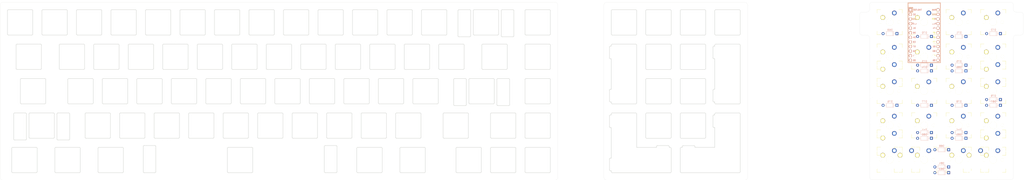
<source format=kicad_pcb>
(kicad_pcb (version 20171130) (host pcbnew "(5.1.4)-1")
  (layers (0 F.Cu signal) (31 B.Cu signal) (34 B.Paste user) (35 F.Paste user) (36 B.SilkS user) (37 F.SilkS user) (38 B.Mask user) (39 F.Mask user) (44 Edge.Cuts user))
  (net 0 "")
  (module Mounting_Holes:MountingHole_2.2mm_M2 (layer B.Cu) (at 23.01875 77.7875)
    (fp_text reference REF** hide)
    (fp_text value MountingHole_2.2mm_M2)
    (pad 1 np_thru_hole circle (at 0 0) (size 2.2 2.2) (drill 2.2) (layers *.Cu *.Mask))
  )
  (module Mounting_Holes:MountingHole_2.2mm_M2 (layer B.Cu) (at 91.28125 68.2625)
    (fp_text reference REF** hide)
    (fp_text value MountingHole_2.2mm_M2)
    (pad 1 np_thru_hole circle (at 0 0) (size 2.2 2.2) (drill 2.2) (layers *.Cu *.Mask))
  )
  (module Mounting_Holes:MountingHole_2.2mm_M2 (layer B.Cu) (at 205.58125 68.2625)
    (fp_text reference REF** hide)
    (fp_text value MountingHole_2.2mm_M2)
    (pad 1 np_thru_hole circle (at 0 0) (size 2.2 2.2) (drill 2.2) (layers *.Cu *.Mask))
  )
  (module Mounting_Holes:MountingHole_2.2mm_M2 (layer B.Cu) (at 205.58125 68.2625)
    (fp_text reference REF** hide)
    (fp_text value MountingHole_2.2mm_M2)
    (pad 1 np_thru_hole circle (at 0 0) (size 2.2 2.2) (drill 2.2) (layers *.Cu *.Mask))
  )
  (module Mounting_Holes:MountingHole_2.2mm_M2 (layer B.Cu) (at 281.78125 87.3125)
    (fp_text reference REF** hide)
    (fp_text value MountingHole_2.2mm_M2)
    (pad 1 np_thru_hole circle (at 0 0) (size 2.2 2.2) (drill 2.2) (layers *.Cu *.Mask))
  )
  (module Mounting_Holes:MountingHole_2.2mm_M2 (layer B.Cu) (at 210.34375 125.4125)
    (fp_text reference REF** hide)
    (fp_text value MountingHole_2.2mm_M2)
    (pad 1 np_thru_hole circle (at 0 0) (size 2.2 2.2) (drill 2.2) (layers *.Cu *.Mask))
  )
  (module Mounting_Holes:MountingHole_2.2mm_M2 (layer B.Cu) (at 210.34375 125.4125)
    (fp_text reference REF** hide)
    (fp_text value MountingHole_2.2mm_M2)
    (pad 1 np_thru_hole circle (at 0 0) (size 2.2 2.2) (drill 2.2) (layers *.Cu *.Mask))
  )
  (module Mounting_Holes:MountingHole_2.2mm_M2 (layer B.Cu) (at 281.78125 87.3125)
    (fp_text reference REF** hide)
    (fp_text value MountingHole_2.2mm_M2)
    (pad 1 np_thru_hole circle (at 0 0) (size 2.2 2.2) (drill 2.2) (layers *.Cu *.Mask))
  )
  (module Mounting_Holes:MountingHole_2.2mm_M2 (layer B.Cu) (at 86.51875 125.4125)
    (fp_text reference REF** hide)
    (fp_text value MountingHole_2.2mm_M2)
    (pad 1 np_thru_hole circle (at 0 0) (size 2.2 2.2) (drill 2.2) (layers *.Cu *.Mask))
  )
  (module Mounting_Holes:MountingHole_2.2mm_M2 (layer B.Cu) (at 477.916 68.11875)
    (fp_text reference REF** hide)
    (fp_text value MountingHole_2.2mm_M2)
    (pad 1 np_thru_hole circle (at 0 0) (size 2.2 2.2) (drill 2.2) (layers *.Cu *.Mask))
  )
  (module MX_Only:MXOnly-1U-NoLEDHotswap (layer F.Cu) (at 504.68125 134.79375)
    (fp_text reference OPTION5)
    (fp_text value MX-NoLED)
    (pad "" np_thru_hole circle (at 5.08 0 48.0996) (size 1.75 1.75) (drill 1.75) (layers *.Cu *.Mask))
    (pad "" np_thru_hole circle (at -5.08 0 48.0996) (size 1.75 1.75) (drill 1.75) (layers *.Cu *.Mask))
    (pad "" np_thru_hole circle (at 0 0) (size 3.9878 3.9878) (drill 3.9878) (layers *.Cu *.Mask))
    (pad "" np_thru_hole circle (at 0 0 180) (size 4 4) (drill 4) (layers *.Cu *.Mask F.SilkS) (clearance 0.1524))
    (pad "" np_thru_hole circle (at -5.08 0 180) (size 1.7 1.7) (drill 1.7) (layers *.Cu *.Mask F.SilkS) (clearance 0.1524))
    (pad "" np_thru_hole circle (at 5.08 0 180) (size 1.7 1.7) (drill 1.7) (layers *.Cu *.Mask F.SilkS) (clearance 0.1524))
    (pad 2 thru_hole circle (at 2.54 -5.08) (size 2.6 2.6) (drill 1.6) (layers *.Cu *.Mask))
    (pad 1 thru_hole circle (at -3.81 -2.54) (size 2.6 2.6) (drill 1.6) (layers *.Cu *.Mask F.SilkS))
  )
  (module Diodes_THT:D_DO-35_SOD27_P7.62mm_Horizontal (layer B.Cu) (at 508.65 122.8875 180)
    (fp_text reference D80 (at 3.81 2.06) (layer B.SilkS) (effects (justify mirror)))
    (fp_text value 1N4148)
    (pad 2 thru_hole oval (at 7.62 0 180) (size 1.6 1.6) (drill 0.8) (layers *.Cu *.Mask))
    (pad 1 thru_hole rect (at 0 0 180) (size 1.6 1.6) (drill 0.8) (layers *.Cu *.Mask))
  )
  (module Diodes_THT:D_DO-35_SOD27_P7.62mm_Horizontal (layer B.Cu) (at 508.65 82.40625 180)
    (fp_text reference D73 (at 3.81 2.06) (layer B.SilkS) (effects (justify mirror)))
    (fp_text value 1N4148)
    (pad 2 thru_hole oval (at 7.62 0 180) (size 1.6 1.6) (drill 0.8) (layers *.Cu *.Mask))
    (pad 1 thru_hole rect (at 0 0 180) (size 1.6 1.6) (drill 0.8) (layers *.Cu *.Mask))
  )
  (module Diodes_THT:D_DO-35_SOD27_P7.62mm_Horizontal (layer B.Cu) (at 527.7 82.40625 180)
    (fp_text reference D75 (at 3.81 2.06) (layer B.SilkS) (effects (justify mirror)))
    (fp_text value 1N4148)
    (pad 2 thru_hole oval (at 7.62 0 180) (size 1.6 1.6) (drill 0.8) (layers *.Cu *.Mask))
    (pad 1 thru_hole rect (at 0 0 180) (size 1.6 1.6) (drill 0.8) (layers *.Cu *.Mask))
  )
  (module MX_Only:MXOnly-1U-NoLEDHotswap (layer F.Cu) (at 542.78125 77.64375)
    (fp_text reference OPTION1)
    (fp_text value MX-NoLED)
    (pad "" np_thru_hole circle (at 5.08 0 48.0996) (size 1.75 1.75) (drill 1.75) (layers *.Cu *.Mask))
    (pad "" np_thru_hole circle (at -5.08 0 48.0996) (size 1.75 1.75) (drill 1.75) (layers *.Cu *.Mask))
    (pad "" np_thru_hole circle (at 0 0) (size 3.9878 3.9878) (drill 3.9878) (layers *.Cu *.Mask))
    (pad "" np_thru_hole circle (at 0 0 180) (size 4 4) (drill 4) (layers *.Cu *.Mask F.SilkS) (clearance 0.1524))
    (pad "" np_thru_hole circle (at -5.08 0 180) (size 1.7 1.7) (drill 1.7) (layers *.Cu *.Mask F.SilkS) (clearance 0.1524))
    (pad "" np_thru_hole circle (at 5.08 0 180) (size 1.7 1.7) (drill 1.7) (layers *.Cu *.Mask F.SilkS) (clearance 0.1524))
    (pad 2 thru_hole circle (at 2.54 -5.08) (size 2.6 2.6) (drill 1.6) (layers *.Cu *.Mask))
    (pad 1 thru_hole circle (at -3.81 -2.54) (size 2.6 2.6) (drill 1.6) (layers *.Cu *.Mask F.SilkS))
  )
  (module MX_Only:MXOnly-1U-NoLEDHotswap (layer F.Cu) (at 504.68125 115.74375)
    (fp_text reference TWO2)
    (fp_text value MX-NoLED)
    (pad "" np_thru_hole circle (at 5.08 0 48.0996) (size 1.75 1.75) (drill 1.75) (layers *.Cu *.Mask))
    (pad "" np_thru_hole circle (at -5.08 0 48.0996) (size 1.75 1.75) (drill 1.75) (layers *.Cu *.Mask))
    (pad "" np_thru_hole circle (at 0 0) (size 3.9878 3.9878) (drill 3.9878) (layers *.Cu *.Mask))
    (pad "" np_thru_hole circle (at 0 0 180) (size 4 4) (drill 4) (layers *.Cu *.Mask F.SilkS) (clearance 0.1524))
    (pad "" np_thru_hole circle (at -5.08 0 180) (size 1.7 1.7) (drill 1.7) (layers *.Cu *.Mask F.SilkS) (clearance 0.1524))
    (pad "" np_thru_hole circle (at 5.08 0 180) (size 1.7 1.7) (drill 1.7) (layers *.Cu *.Mask F.SilkS) (clearance 0.1524))
    (pad 2 thru_hole circle (at 2.54 -5.08) (size 2.6 2.6) (drill 1.6) (layers *.Cu *.Mask))
    (pad 1 thru_hole circle (at -3.81 -2.54) (size 2.6 2.6) (drill 1.6) (layers *.Cu *.Mask F.SilkS))
  )
  (module MX_Only:MXOnly-1U-NoLEDHotswap (layer F.Cu) (at 504.68125 96.69375)
    (fp_text reference FIVE2)
    (fp_text value MX-NoLED)
    (pad "" np_thru_hole circle (at 5.08 0 48.0996) (size 1.75 1.75) (drill 1.75) (layers *.Cu *.Mask))
    (pad "" np_thru_hole circle (at -5.08 0 48.0996) (size 1.75 1.75) (drill 1.75) (layers *.Cu *.Mask))
    (pad "" np_thru_hole circle (at 0 0) (size 3.9878 3.9878) (drill 3.9878) (layers *.Cu *.Mask))
    (pad "" np_thru_hole circle (at 0 0 180) (size 4 4) (drill 4) (layers *.Cu *.Mask F.SilkS) (clearance 0.1524))
    (pad "" np_thru_hole circle (at -5.08 0 180) (size 1.7 1.7) (drill 1.7) (layers *.Cu *.Mask F.SilkS) (clearance 0.1524))
    (pad "" np_thru_hole circle (at 5.08 0 180) (size 1.7 1.7) (drill 1.7) (layers *.Cu *.Mask F.SilkS) (clearance 0.1524))
    (pad 2 thru_hole circle (at 2.54 -5.08) (size 2.6 2.6) (drill 1.6) (layers *.Cu *.Mask))
    (pad 1 thru_hole circle (at -3.81 -2.54) (size 2.6 2.6) (drill 1.6) (layers *.Cu *.Mask F.SilkS))
  )
  (module MX_Only:MXOnly-1U-NoLEDHotswap (layer F.Cu) (at 485.63125 134.79375)
    (fp_text reference OPTION4)
    (fp_text value MX-NoLED)
    (pad "" np_thru_hole circle (at 5.08 0 48.0996) (size 1.75 1.75) (drill 1.75) (layers *.Cu *.Mask))
    (pad "" np_thru_hole circle (at -5.08 0 48.0996) (size 1.75 1.75) (drill 1.75) (layers *.Cu *.Mask))
    (pad "" np_thru_hole circle (at 0 0) (size 3.9878 3.9878) (drill 3.9878) (layers *.Cu *.Mask))
    (pad "" np_thru_hole circle (at 0 0 180) (size 4 4) (drill 4) (layers *.Cu *.Mask F.SilkS) (clearance 0.1524))
    (pad "" np_thru_hole circle (at -5.08 0 180) (size 1.7 1.7) (drill 1.7) (layers *.Cu *.Mask F.SilkS) (clearance 0.1524))
    (pad "" np_thru_hole circle (at 5.08 0 180) (size 1.7 1.7) (drill 1.7) (layers *.Cu *.Mask F.SilkS) (clearance 0.1524))
    (pad 2 thru_hole circle (at 2.54 -5.08) (size 2.6 2.6) (drill 1.6) (layers *.Cu *.Mask))
    (pad 1 thru_hole circle (at -3.81 -2.54) (size 2.6 2.6) (drill 1.6) (layers *.Cu *.Mask F.SilkS))
  )
  (module Diodes_THT:D_DO-35_SOD27_P7.62mm_Horizontal (layer B.Cu) (at 527.7 122.8875 180)
    (fp_text reference D85 (at 3.81 2.06) (layer B.SilkS) (effects (justify mirror)))
    (fp_text value 1N4148)
    (pad 2 thru_hole oval (at 7.62 0 180) (size 1.6 1.6) (drill 0.8) (layers *.Cu *.Mask))
    (pad 1 thru_hole rect (at 0 0 180) (size 1.6 1.6) (drill 0.8) (layers *.Cu *.Mask))
  )
  (module MX_Only:MXOnly-1U-NoLEDHotswap (layer F.Cu) (at 542.78125 96.69375)
    (fp_text reference OPTION2)
    (fp_text value MX-NoLED)
    (pad "" np_thru_hole circle (at 5.08 0 48.0996) (size 1.75 1.75) (drill 1.75) (layers *.Cu *.Mask))
    (pad "" np_thru_hole circle (at -5.08 0 48.0996) (size 1.75 1.75) (drill 1.75) (layers *.Cu *.Mask))
    (pad "" np_thru_hole circle (at 0 0) (size 3.9878 3.9878) (drill 3.9878) (layers *.Cu *.Mask))
    (pad "" np_thru_hole circle (at 0 0 180) (size 4 4) (drill 4) (layers *.Cu *.Mask F.SilkS) (clearance 0.1524))
    (pad "" np_thru_hole circle (at -5.08 0 180) (size 1.7 1.7) (drill 1.7) (layers *.Cu *.Mask F.SilkS) (clearance 0.1524))
    (pad "" np_thru_hole circle (at 5.08 0 180) (size 1.7 1.7) (drill 1.7) (layers *.Cu *.Mask F.SilkS) (clearance 0.1524))
    (pad 2 thru_hole circle (at 2.54 -5.08) (size 2.6 2.6) (drill 1.6) (layers *.Cu *.Mask))
    (pad 1 thru_hole circle (at -3.81 -2.54) (size 2.6 2.6) (drill 1.6) (layers *.Cu *.Mask F.SilkS))
  )
  (module Diodes_THT:D_DO-35_SOD27_P7.62mm_Horizontal (layer B.Cu) (at 527.7 104.63125 180)
    (fp_text reference D78 (at 3.81 2.06) (layer B.SilkS) (effects (justify mirror)))
    (fp_text value 1N4148)
    (pad 2 thru_hole oval (at 7.62 0 180) (size 1.6 1.6) (drill 0.8) (layers *.Cu *.Mask))
    (pad 1 thru_hole rect (at 0 0 180) (size 1.6 1.6) (drill 0.8) (layers *.Cu *.Mask))
  )
  (module Keebio-Parts:ArduinoProMicro (layer F.Cu) (at 504.68125 65.7375 270)
    (fp_text reference Numpad1 hide)
    (fp_text value ProMicro hide)
    (fp_text user D2 (at -11.43 5.461) (layer B.SilkS) (effects (font (size 0.8 0.8)) (justify mirror)))
    (fp_text user D0 (at -1.27 5.461) (layer B.SilkS) (effects (font (size 0.8 0.8)) (justify mirror)))
    (fp_text user D1 (at -3.81 5.461) (layer B.SilkS) (effects (font (size 0.8 0.8)) (justify mirror)))
    (fp_text user GND (at -6.35 5.461) (layer B.SilkS) (effects (font (size 0.8 0.8)) (justify mirror)))
    (fp_text user GND (at -8.89 5.461) (layer B.SilkS) (effects (font (size 0.8 0.8)) (justify mirror)))
    (fp_text user D4 (at 1.27 5.461) (layer B.SilkS) (effects (font (size 0.8 0.8)) (justify mirror)))
    (fp_text user C6 (at 3.81 5.461) (layer B.SilkS) (effects (font (size 0.8 0.8)) (justify mirror)))
    (fp_text user D7 (at 6.35 5.461) (layer B.SilkS) (effects (font (size 0.8 0.8)) (justify mirror)))
    (fp_text user E6 (at 8.89 5.461) (layer B.SilkS) (effects (font (size 0.8 0.8)) (justify mirror)))
    (fp_text user B4 (at 11.43 5.461) (layer B.SilkS) (effects (font (size 0.8 0.8)) (justify mirror)))
    (fp_text user B5 (at 13.97 5.461) (layer B.SilkS) (effects (font (size 0.8 0.8)) (justify mirror)))
    (fp_text user B6 (at 13.97 -5.461) (layer B.SilkS) (effects (font (size 0.8 0.8)) (justify mirror)))
    (fp_text user B2 (at 11.43 -5.461) (layer F.SilkS) (effects (font (size 0.8 0.8))))
    (fp_text user B3 (at 8.89 -5.461) (layer B.SilkS) (effects (font (size 0.8 0.8)) (justify mirror)))
    (fp_text user B1 (at 6.35 -5.461) (layer B.SilkS) (effects (font (size 0.8 0.8)) (justify mirror)))
    (fp_text user F7 (at 3.81 -5.461) (layer F.SilkS) (effects (font (size 0.8 0.8))))
    (fp_text user F6 (at 1.27 -5.461) (layer F.SilkS) (effects (font (size 0.8 0.8))))
    (fp_text user F5 (at -1.27 -5.461) (layer F.SilkS) (effects (font (size 0.8 0.8))))
    (fp_text user F4 (at -3.81 -5.461) (layer B.SilkS) (effects (font (size 0.8 0.8)) (justify mirror)))
    (fp_text user VCC (at -6.35 -5.461) (layer B.SilkS) (effects (font (size 0.8 0.8)) (justify mirror)))
    (fp_text user GND (at -11.43 -5.461) (layer B.SilkS) (effects (font (size 0.8 0.8)) (justify mirror)))
    (fp_text user RAW (at -13.97 -5.461) (layer B.SilkS) (effects (font (size 0.8 0.8)) (justify mirror)))
    (fp_text user RAW (at -13.97 -5.461) (layer B.SilkS) (effects (font (size 0.8 0.8)) (justify mirror)))
    (fp_text user GND (at -11.43 -5.461) (layer F.SilkS) (effects (font (size 0.8 0.8))))
    (fp_text user ST (at -8.92 -5.73312) (layer F.SilkS) (effects (font (size 0.8 0.8))))
    (fp_text user VCC (at -6.35 -5.461) (layer B.SilkS) (effects (font (size 0.8 0.8)) (justify mirror)))
    (fp_text user F4 (at -3.81 -5.461) (layer B.SilkS) (effects (font (size 0.8 0.8)) (justify mirror)))
    (fp_text user F5 (at -1.27 -5.461) (layer F.SilkS) (effects (font (size 0.8 0.8))))
    (fp_text user F6 (at 1.27 -5.461) (layer F.SilkS) (effects (font (size 0.8 0.8))))
    (fp_text user F7 (at 3.81 -5.461) (layer F.SilkS) (effects (font (size 0.8 0.8))))
    (fp_text user B1 (at 6.35 -5.461) (layer B.SilkS) (effects (font (size 0.8 0.8)) (justify mirror)))
    (fp_text user B3 (at 8.89 -5.461) (layer B.SilkS) (effects (font (size 0.8 0.8)) (justify mirror)))
    (fp_text user B2 (at 11.43 -5.461) (layer F.SilkS) (effects (font (size 0.8 0.8))))
    (fp_text user B6 (at 13.97 -5.461) (layer B.SilkS) (effects (font (size 0.8 0.8)) (justify mirror)))
    (fp_text user B5 (at 13.97 5.461) (layer B.SilkS) (effects (font (size 0.8 0.8)) (justify mirror)))
    (fp_text user B4 (at 11.43 5.461) (layer B.SilkS) (effects (font (size 0.8 0.8)) (justify mirror)))
    (fp_text user E6 (at 8.89 5.461) (layer B.SilkS) (effects (font (size 0.8 0.8)) (justify mirror)))
    (fp_text user D7 (at 6.35 5.461) (layer B.SilkS) (effects (font (size 0.8 0.8)) (justify mirror)))
    (fp_text user C6 (at 3.81 5.461) (layer B.SilkS) (effects (font (size 0.8 0.8)) (justify mirror)))
    (fp_text user D4 (at 1.27 5.461) (layer B.SilkS) (effects (font (size 0.8 0.8)) (justify mirror)))
    (fp_text user GND (at -8.89 5.461) (layer F.SilkS) (effects (font (size 0.8 0.8))))
    (fp_text user GND (at -6.35 5.461) (layer B.SilkS) (effects (font (size 0.8 0.8)) (justify mirror)))
    (fp_text user D1 (at -3.81 5.461) (layer B.SilkS) (effects (font (size 0.8 0.8)) (justify mirror)))
    (fp_text user D0 (at -1.27 5.461) (layer B.SilkS) (effects (font (size 0.8 0.8)) (justify mirror)))
    (fp_text user D2 (at -11.43 5.461) (layer B.SilkS) (effects (font (size 0.8 0.8)) (justify mirror)))
    (fp_text user TX0/D3 (at -13.97 3.571872) (layer B.SilkS) (effects (font (size 0.8 0.8)) (justify mirror)))
    (fp_text user TX0/D3 (at -13.97 3.571872) (layer B.SilkS) (effects (font (size 0.8 0.8)) (justify mirror)))
    (fp_text user ST (at -8.92 -5.73312) (layer F.SilkS) (effects (font (size 0.8 0.8))))
    (pad 1 thru_hole rect (at -13.97 7.62 270) (size 1.7526 1.7526) (drill 1.0922) (layers *.Cu *.SilkS *.Mask))
    (pad 2 thru_hole circle (at -11.43 7.62 270) (size 1.7526 1.7526) (drill 1.0922) (layers *.Cu *.SilkS *.Mask))
    (pad 3 thru_hole circle (at -8.89 7.62 270) (size 1.7526 1.7526) (drill 1.0922) (layers *.Cu *.SilkS *.Mask))
    (pad 4 thru_hole circle (at -6.35 7.62 270) (size 1.7526 1.7526) (drill 1.0922) (layers *.Cu *.SilkS *.Mask))
    (pad 5 thru_hole circle (at -3.81 7.62 270) (size 1.7526 1.7526) (drill 1.0922) (layers *.Cu *.SilkS *.Mask))
    (pad 6 thru_hole circle (at -1.27 7.62 270) (size 1.7526 1.7526) (drill 1.0922) (layers *.Cu *.SilkS *.Mask))
    (pad 7 thru_hole circle (at 1.27 7.62 270) (size 1.7526 1.7526) (drill 1.0922) (layers *.Cu *.SilkS *.Mask))
    (pad 8 thru_hole circle (at 3.81 7.62 270) (size 1.7526 1.7526) (drill 1.0922) (layers *.Cu *.SilkS *.Mask))
    (pad 9 thru_hole circle (at 6.35 7.62 270) (size 1.7526 1.7526) (drill 1.0922) (layers *.Cu *.SilkS *.Mask))
    (pad 10 thru_hole circle (at 8.89 7.62 270) (size 1.7526 1.7526) (drill 1.0922) (layers *.Cu *.SilkS *.Mask))
    (pad 11 thru_hole circle (at 11.43 7.62 270) (size 1.7526 1.7526) (drill 1.0922) (layers *.Cu *.SilkS *.Mask))
    (pad 13 thru_hole circle (at 13.97 -7.62 270) (size 1.7526 1.7526) (drill 1.0922) (layers *.Cu *.SilkS *.Mask))
    (pad 14 thru_hole circle (at 11.43 -7.62 270) (size 1.7526 1.7526) (drill 1.0922) (layers *.Cu *.SilkS *.Mask))
    (pad 15 thru_hole circle (at 8.89 -7.62 270) (size 1.7526 1.7526) (drill 1.0922) (layers *.Cu *.SilkS *.Mask))
    (pad 16 thru_hole circle (at 6.35 -7.62 270) (size 1.7526 1.7526) (drill 1.0922) (layers *.Cu *.SilkS *.Mask))
    (pad 17 thru_hole circle (at 3.81 -7.62 270) (size 1.7526 1.7526) (drill 1.0922) (layers *.Cu *.SilkS *.Mask))
    (pad 18 thru_hole circle (at 1.27 -7.62 270) (size 1.7526 1.7526) (drill 1.0922) (layers *.Cu *.SilkS *.Mask))
    (pad 19 thru_hole circle (at -1.27 -7.62 270) (size 1.7526 1.7526) (drill 1.0922) (layers *.Cu *.SilkS *.Mask))
    (pad 20 thru_hole circle (at -3.81 -7.62 270) (size 1.7526 1.7526) (drill 1.0922) (layers *.Cu *.SilkS *.Mask))
    (pad 21 thru_hole circle (at -6.35 -7.62 270) (size 1.7526 1.7526) (drill 1.0922) (layers *.Cu *.SilkS *.Mask))
    (pad 22 thru_hole circle (at -8.89 -7.62 270) (size 1.7526 1.7526) (drill 1.0922) (layers *.Cu *.SilkS *.Mask))
    (pad 23 thru_hole circle (at -11.43 -7.62 270) (size 1.7526 1.7526) (drill 1.0922) (layers *.Cu *.SilkS *.Mask))
    (pad 12 thru_hole circle (at 13.97 7.62 270) (size 1.7526 1.7526) (drill 1.0922) (layers *.Cu *.SilkS *.Mask))
    (pad 24 thru_hole circle (at -13.97 -7.62 270) (size 1.7526 1.7526) (drill 1.0922) (layers *.Cu *.SilkS *.Mask))
  )
  (module Diodes_THT:D_DO-35_SOD27_P7.62mm_Horizontal (layer B.Cu) (at 518.175 141.9375 180)
    (fp_text reference D83 (at 3.81 2.06) (layer B.SilkS) (effects (justify mirror)))
    (fp_text value 1N4148)
    (pad 2 thru_hole oval (at 7.62 0 180) (size 1.6 1.6) (drill 0.8) (layers *.Cu *.Mask))
    (pad 1 thru_hole rect (at 0 0 180) (size 1.6 1.6) (drill 0.8) (layers *.Cu *.Mask))
  )
  (module MX_Only:MXOnly-1U-NoLEDHotswap (layer F.Cu) (at 523.73125 96.69375)
    (fp_text reference SIX2)
    (fp_text value MX-NoLED)
    (pad "" np_thru_hole circle (at 5.08 0 48.0996) (size 1.75 1.75) (drill 1.75) (layers *.Cu *.Mask))
    (pad "" np_thru_hole circle (at -5.08 0 48.0996) (size 1.75 1.75) (drill 1.75) (layers *.Cu *.Mask))
    (pad "" np_thru_hole circle (at 0 0) (size 3.9878 3.9878) (drill 3.9878) (layers *.Cu *.Mask))
    (pad "" np_thru_hole circle (at 0 0 180) (size 4 4) (drill 4) (layers *.Cu *.Mask F.SilkS) (clearance 0.1524))
    (pad "" np_thru_hole circle (at -5.08 0 180) (size 1.7 1.7) (drill 1.7) (layers *.Cu *.Mask F.SilkS) (clearance 0.1524))
    (pad "" np_thru_hole circle (at 5.08 0 180) (size 1.7 1.7) (drill 1.7) (layers *.Cu *.Mask F.SilkS) (clearance 0.1524))
    (pad 2 thru_hole circle (at 2.54 -5.08) (size 2.6 2.6) (drill 1.6) (layers *.Cu *.Mask))
    (pad 1 thru_hole circle (at -3.81 -2.54) (size 2.6 2.6) (drill 1.6) (layers *.Cu *.Mask F.SilkS))
  )
  (module MX_Only:MXOnly-1U-NoLEDHotswap (layer F.Cu) (at 542.78125 58.59375)
    (fp_text reference MINUS2)
    (fp_text value MX-NoLED)
    (pad "" np_thru_hole circle (at 5.08 0 48.0996) (size 1.75 1.75) (drill 1.75) (layers *.Cu *.Mask))
    (pad "" np_thru_hole circle (at -5.08 0 48.0996) (size 1.75 1.75) (drill 1.75) (layers *.Cu *.Mask))
    (pad "" np_thru_hole circle (at 0 0) (size 3.9878 3.9878) (drill 3.9878) (layers *.Cu *.Mask))
    (pad "" np_thru_hole circle (at 0 0 180) (size 4 4) (drill 4) (layers *.Cu *.Mask F.SilkS) (clearance 0.1524))
    (pad "" np_thru_hole circle (at -5.08 0 180) (size 1.7 1.7) (drill 1.7) (layers *.Cu *.Mask F.SilkS) (clearance 0.1524))
    (pad "" np_thru_hole circle (at 5.08 0 180) (size 1.7 1.7) (drill 1.7) (layers *.Cu *.Mask F.SilkS) (clearance 0.1524))
    (pad 2 thru_hole circle (at 2.54 -5.08) (size 2.6 2.6) (drill 1.6) (layers *.Cu *.Mask))
    (pad 1 thru_hole circle (at -3.81 -2.54) (size 2.6 2.6) (drill 1.6) (layers *.Cu *.Mask F.SilkS))
  )
  (module MX_Only:MXOnly-1U-NoLEDHotswap (layer F.Cu) (at 523.73125 134.79375)
    (fp_text reference DEL2)
    (fp_text value MX-NoLED)
    (pad "" np_thru_hole circle (at 5.08 0 48.0996) (size 1.75 1.75) (drill 1.75) (layers *.Cu *.Mask))
    (pad "" np_thru_hole circle (at -5.08 0 48.0996) (size 1.75 1.75) (drill 1.75) (layers *.Cu *.Mask))
    (pad "" np_thru_hole circle (at 0 0) (size 3.9878 3.9878) (drill 3.9878) (layers *.Cu *.Mask))
    (pad "" np_thru_hole circle (at 0 0 180) (size 4 4) (drill 4) (layers *.Cu *.Mask F.SilkS) (clearance 0.1524))
    (pad "" np_thru_hole circle (at -5.08 0 180) (size 1.7 1.7) (drill 1.7) (layers *.Cu *.Mask F.SilkS) (clearance 0.1524))
    (pad "" np_thru_hole circle (at 5.08 0 180) (size 1.7 1.7) (drill 1.7) (layers *.Cu *.Mask F.SilkS) (clearance 0.1524))
    (pad 2 thru_hole circle (at 2.54 -5.08) (size 2.6 2.6) (drill 1.6) (layers *.Cu *.Mask))
    (pad 1 thru_hole circle (at -3.81 -2.54) (size 2.6 2.6) (drill 1.6) (layers *.Cu *.Mask F.SilkS))
  )
  (module MX_Only:MXOnly-1U-NoLEDHotswap (layer F.Cu) (at 523.73125 77.64375)
    (fp_text reference NINE2)
    (fp_text value MX-NoLED)
    (pad "" np_thru_hole circle (at 5.08 0 48.0996) (size 1.75 1.75) (drill 1.75) (layers *.Cu *.Mask))
    (pad "" np_thru_hole circle (at -5.08 0 48.0996) (size 1.75 1.75) (drill 1.75) (layers *.Cu *.Mask))
    (pad "" np_thru_hole circle (at 0 0) (size 3.9878 3.9878) (drill 3.9878) (layers *.Cu *.Mask))
    (pad "" np_thru_hole circle (at 0 0 180) (size 4 4) (drill 4) (layers *.Cu *.Mask F.SilkS) (clearance 0.1524))
    (pad "" np_thru_hole circle (at -5.08 0 180) (size 1.7 1.7) (drill 1.7) (layers *.Cu *.Mask F.SilkS) (clearance 0.1524))
    (pad "" np_thru_hole circle (at 5.08 0 180) (size 1.7 1.7) (drill 1.7) (layers *.Cu *.Mask F.SilkS) (clearance 0.1524))
    (pad 2 thru_hole circle (at 2.54 -5.08) (size 2.6 2.6) (drill 1.6) (layers *.Cu *.Mask))
    (pad 1 thru_hole circle (at -3.81 -2.54) (size 2.6 2.6) (drill 1.6) (layers *.Cu *.Mask F.SilkS))
  )
  (module Diodes_THT:D_DO-35_SOD27_P7.62mm_Horizontal (layer B.Cu) (at 508.65 119.7125 180)
    (fp_text reference D81 (at 3.81 2.06) (layer B.SilkS) (effects (justify mirror)))
    (fp_text value 1N4148)
    (pad 2 thru_hole oval (at 7.62 0 180) (size 1.6 1.6) (drill 0.8) (layers *.Cu *.Mask))
    (pad 1 thru_hole rect (at 0 0 180) (size 1.6 1.6) (drill 0.8) (layers *.Cu *.Mask))
  )
  (module Diodes_THT:D_DO-35_SOD27_P7.62mm_Horizontal (layer B.Cu) (at 518.175 129.2375 180)
    (fp_text reference D88 (at 3.81 2.06) (layer B.SilkS) (effects (justify mirror)))
    (fp_text value 1N4148)
    (pad 2 thru_hole oval (at 7.62 0 180) (size 1.6 1.6) (drill 0.8) (layers *.Cu *.Mask))
    (pad 1 thru_hole rect (at 0 0 180) (size 1.6 1.6) (drill 0.8) (layers *.Cu *.Mask))
  )
  (module MX_Only:MXOnly-1U-NoLEDHotswap (layer F.Cu) (at 542.78125 115.74375)
    (fp_text reference OPTION3)
    (fp_text value MX-NoLED)
    (pad "" np_thru_hole circle (at 5.08 0 48.0996) (size 1.75 1.75) (drill 1.75) (layers *.Cu *.Mask))
    (pad "" np_thru_hole circle (at -5.08 0 48.0996) (size 1.75 1.75) (drill 1.75) (layers *.Cu *.Mask))
    (pad "" np_thru_hole circle (at 0 0) (size 3.9878 3.9878) (drill 3.9878) (layers *.Cu *.Mask))
    (pad "" np_thru_hole circle (at 0 0 180) (size 4 4) (drill 4) (layers *.Cu *.Mask F.SilkS) (clearance 0.1524))
    (pad "" np_thru_hole circle (at -5.08 0 180) (size 1.7 1.7) (drill 1.7) (layers *.Cu *.Mask F.SilkS) (clearance 0.1524))
    (pad "" np_thru_hole circle (at 5.08 0 180) (size 1.7 1.7) (drill 1.7) (layers *.Cu *.Mask F.SilkS) (clearance 0.1524))
    (pad 2 thru_hole circle (at 2.54 -5.08) (size 2.6 2.6) (drill 1.6) (layers *.Cu *.Mask))
    (pad 1 thru_hole circle (at -3.81 -2.54) (size 2.6 2.6) (drill 1.6) (layers *.Cu *.Mask F.SilkS))
  )
  (module Diodes_THT:D_DO-35_SOD27_P7.62mm_Horizontal (layer B.Cu) (at 527.7 66.53125 180)
    (fp_text reference D71 (at 3.81 2.06) (layer B.SilkS) (effects (justify mirror)))
    (fp_text value 1N4148)
    (pad 2 thru_hole oval (at 7.62 0 180) (size 1.6 1.6) (drill 0.8) (layers *.Cu *.Mask))
    (pad 1 thru_hole rect (at 0 0 180) (size 1.6 1.6) (drill 0.8) (layers *.Cu *.Mask))
  )
  (module MX_Only:MXOnly-1U-NoLEDHotswap (layer F.Cu) (at 485.63125 96.69375)
    (fp_text reference FOUR2)
    (fp_text value MX-NoLED)
    (pad "" np_thru_hole circle (at 5.08 0 48.0996) (size 1.75 1.75) (drill 1.75) (layers *.Cu *.Mask))
    (pad "" np_thru_hole circle (at -5.08 0 48.0996) (size 1.75 1.75) (drill 1.75) (layers *.Cu *.Mask))
    (pad "" np_thru_hole circle (at 0 0) (size 3.9878 3.9878) (drill 3.9878) (layers *.Cu *.Mask))
    (pad "" np_thru_hole circle (at 0 0 180) (size 4 4) (drill 4) (layers *.Cu *.Mask F.SilkS) (clearance 0.1524))
    (pad "" np_thru_hole circle (at -5.08 0 180) (size 1.7 1.7) (drill 1.7) (layers *.Cu *.Mask F.SilkS) (clearance 0.1524))
    (pad "" np_thru_hole circle (at 5.08 0 180) (size 1.7 1.7) (drill 1.7) (layers *.Cu *.Mask F.SilkS) (clearance 0.1524))
    (pad 2 thru_hole circle (at 2.54 -5.08) (size 2.6 2.6) (drill 1.6) (layers *.Cu *.Mask))
    (pad 1 thru_hole circle (at -3.81 -2.54) (size 2.6 2.6) (drill 1.6) (layers *.Cu *.Mask F.SilkS))
  )
  (module MX_Only:MXOnly-1U-NoLEDHotswap (layer F.Cu) (at 504.68125 77.64375)
    (fp_text reference EIGHT2)
    (fp_text value MX-NoLED)
    (pad "" np_thru_hole circle (at 5.08 0 48.0996) (size 1.75 1.75) (drill 1.75) (layers *.Cu *.Mask))
    (pad "" np_thru_hole circle (at -5.08 0 48.0996) (size 1.75 1.75) (drill 1.75) (layers *.Cu *.Mask))
    (pad "" np_thru_hole circle (at 0 0) (size 3.9878 3.9878) (drill 3.9878) (layers *.Cu *.Mask))
    (pad "" np_thru_hole circle (at 0 0 180) (size 4 4) (drill 4) (layers *.Cu *.Mask F.SilkS) (clearance 0.1524))
    (pad "" np_thru_hole circle (at -5.08 0 180) (size 1.7 1.7) (drill 1.7) (layers *.Cu *.Mask F.SilkS) (clearance 0.1524))
    (pad "" np_thru_hole circle (at 5.08 0 180) (size 1.7 1.7) (drill 1.7) (layers *.Cu *.Mask F.SilkS) (clearance 0.1524))
    (pad 2 thru_hole circle (at 2.54 -5.08) (size 2.6 2.6) (drill 1.6) (layers *.Cu *.Mask))
    (pad 1 thru_hole circle (at -3.81 -2.54) (size 2.6 2.6) (drill 1.6) (layers *.Cu *.Mask F.SilkS))
  )
  (module Diodes_THT:D_DO-35_SOD27_P7.62mm_Horizontal (layer B.Cu) (at 546.75 101.45625 180)
    (fp_text reference D79 (at 3.81 2.06) (layer B.SilkS) (effects (justify mirror)))
    (fp_text value 1N4148)
    (pad 2 thru_hole oval (at 7.62 0 180) (size 1.6 1.6) (drill 0.8) (layers *.Cu *.Mask))
    (pad 1 thru_hole rect (at 0 0 180) (size 1.6 1.6) (drill 0.8) (layers *.Cu *.Mask))
  )
  (module MX_Only:MXOnly-1U-NoLEDHotswap (layer F.Cu) (at 485.63125 58.59375)
    (fp_text reference NUM1)
    (fp_text value MX-NoLED)
    (pad "" np_thru_hole circle (at 5.08 0 48.0996) (size 1.75 1.75) (drill 1.75) (layers *.Cu *.Mask))
    (pad "" np_thru_hole circle (at -5.08 0 48.0996) (size 1.75 1.75) (drill 1.75) (layers *.Cu *.Mask))
    (pad "" np_thru_hole circle (at 0 0) (size 3.9878 3.9878) (drill 3.9878) (layers *.Cu *.Mask))
    (pad "" np_thru_hole circle (at 0 0 180) (size 4 4) (drill 4) (layers *.Cu *.Mask F.SilkS) (clearance 0.1524))
    (pad "" np_thru_hole circle (at -5.08 0 180) (size 1.7 1.7) (drill 1.7) (layers *.Cu *.Mask F.SilkS) (clearance 0.1524))
    (pad "" np_thru_hole circle (at 5.08 0 180) (size 1.7 1.7) (drill 1.7) (layers *.Cu *.Mask F.SilkS) (clearance 0.1524))
    (pad 2 thru_hole circle (at 2.54 -5.08) (size 2.6 2.6) (drill 1.6) (layers *.Cu *.Mask))
    (pad 1 thru_hole circle (at -3.81 -2.54) (size 2.6 2.6) (drill 1.6) (layers *.Cu *.Mask F.SilkS))
  )
  (module MX_Only:MXOnly-1U-NoLEDHotswap (layer F.Cu) (at 542.78125 134.79375)
    (fp_text reference OPTION6)
    (fp_text value MX-NoLED)
    (pad "" np_thru_hole circle (at 5.08 0 48.0996) (size 1.75 1.75) (drill 1.75) (layers *.Cu *.Mask))
    (pad "" np_thru_hole circle (at -5.08 0 48.0996) (size 1.75 1.75) (drill 1.75) (layers *.Cu *.Mask))
    (pad "" np_thru_hole circle (at 0 0) (size 3.9878 3.9878) (drill 3.9878) (layers *.Cu *.Mask))
    (pad "" np_thru_hole circle (at 0 0 180) (size 4 4) (drill 4) (layers *.Cu *.Mask F.SilkS) (clearance 0.1524))
    (pad "" np_thru_hole circle (at -5.08 0 180) (size 1.7 1.7) (drill 1.7) (layers *.Cu *.Mask F.SilkS) (clearance 0.1524))
    (pad "" np_thru_hole circle (at 5.08 0 180) (size 1.7 1.7) (drill 1.7) (layers *.Cu *.Mask F.SilkS) (clearance 0.1524))
    (pad 2 thru_hole circle (at 2.54 -5.08) (size 2.6 2.6) (drill 1.6) (layers *.Cu *.Mask))
    (pad 1 thru_hole circle (at -3.81 -2.54) (size 2.6 2.6) (drill 1.6) (layers *.Cu *.Mask F.SilkS))
  )
  (module MX_Only:MXOnly-1U-NoLEDHotswap (layer F.Cu) (at 504.68125 58.59375)
    (fp_text reference SLASH2)
    (fp_text value MX-NoLED)
    (pad "" np_thru_hole circle (at 5.08 0 48.0996) (size 1.75 1.75) (drill 1.75) (layers *.Cu *.Mask))
    (pad "" np_thru_hole circle (at -5.08 0 48.0996) (size 1.75 1.75) (drill 1.75) (layers *.Cu *.Mask))
    (pad "" np_thru_hole circle (at 0 0) (size 3.9878 3.9878) (drill 3.9878) (layers *.Cu *.Mask))
    (pad "" np_thru_hole circle (at 0 0 180) (size 4 4) (drill 4) (layers *.Cu *.Mask F.SilkS) (clearance 0.1524))
    (pad "" np_thru_hole circle (at -5.08 0 180) (size 1.7 1.7) (drill 1.7) (layers *.Cu *.Mask F.SilkS) (clearance 0.1524))
    (pad "" np_thru_hole circle (at 5.08 0 180) (size 1.7 1.7) (drill 1.7) (layers *.Cu *.Mask F.SilkS) (clearance 0.1524))
    (pad 2 thru_hole circle (at 2.54 -5.08) (size 2.6 2.6) (drill 1.6) (layers *.Cu *.Mask))
    (pad 1 thru_hole circle (at -3.81 -2.54) (size 2.6 2.6) (drill 1.6) (layers *.Cu *.Mask F.SilkS))
  )
  (module Diodes_THT:D_DO-35_SOD27_P7.62mm_Horizontal (layer B.Cu) (at 489.6 64.94375 180)
    (fp_text reference D69 (at 3.81 2.06) (layer B.SilkS) (effects (justify mirror)))
    (fp_text value 1N4148)
    (pad 2 thru_hole oval (at 7.62 0 180) (size 1.6 1.6) (drill 0.8) (layers *.Cu *.Mask))
    (pad 1 thru_hole rect (at 0 0 180) (size 1.6 1.6) (drill 0.8) (layers *.Cu *.Mask))
  )
  (module Diodes_THT:D_DO-35_SOD27_P7.62mm_Horizontal (layer B.Cu) (at 508.65 104.63125 180)
    (fp_text reference D77 (at 3.81 2.06) (layer B.SilkS) (effects (justify mirror)))
    (fp_text value 1N4148)
    (pad 2 thru_hole oval (at 7.62 0 180) (size 1.6 1.6) (drill 0.8) (layers *.Cu *.Mask))
    (pad 1 thru_hole rect (at 0 0 180) (size 1.6 1.6) (drill 0.8) (layers *.Cu *.Mask))
  )
  (module MX_Only:MXOnly-2U-ReversedStabilizers-NoLEDHotSwap (layer F.Cu) (at 542.78125 125.26875 90)
    (fp_text reference ENTER2)
    (fp_text value MX-NoLED)
    (pad "" np_thru_hole circle (at 11.90625 -8.255 90) (size 3.9878 3.9878) (drill 3.9878) (layers *.Cu *.Mask))
    (pad "" np_thru_hole circle (at -11.90625 -8.255 90) (size 3.9878 3.9878) (drill 3.9878) (layers *.Cu *.Mask))
    (pad "" np_thru_hole circle (at 11.90625 6.985 90) (size 3.048 3.048) (drill 3.048) (layers *.Cu *.Mask))
    (pad "" np_thru_hole circle (at -11.90625 6.985 90) (size 3.048 3.048) (drill 3.048) (layers *.Cu *.Mask))
    (pad "" np_thru_hole circle (at 0 5.08 48.0996) (size 1.75 1.75) (drill 1.75) (layers *.Cu *.Mask))
    (pad "" np_thru_hole circle (at 0 -5.08 48.0996) (size 1.75 1.75) (drill 1.75) (layers *.Cu *.Mask))
    (pad "" np_thru_hole circle (at 0 0) (size 3.9878 3.9878) (drill 3.9878) (layers *.Cu *.Mask))
    (pad 2 thru_hole circle (at 5.08 2.54) (size 2.6 2.6) (drill 1.6) (layers *.Cu *.Mask))
    (pad 1 thru_hole circle (at 2.54 -3.81) (size 2.6 2.6) (drill 1.6) (layers *.Cu *.Mask F.SilkS))
  )
  (module MX_Only:MXOnly-2U-ReversedStabilizers-NoLEDHotSwap (layer F.Cu) (at 533.25625 134.79375)
    (fp_text reference ALTZERO1)
    (fp_text value MX-NoLED)
    (pad "" np_thru_hole circle (at 11.90625 -8.255) (size 3.9878 3.9878) (drill 3.9878) (layers *.Cu *.Mask))
    (pad "" np_thru_hole circle (at -11.90625 -8.255) (size 3.9878 3.9878) (drill 3.9878) (layers *.Cu *.Mask))
    (pad "" np_thru_hole circle (at 11.90625 6.985) (size 3.048 3.048) (drill 3.048) (layers *.Cu *.Mask))
    (pad "" np_thru_hole circle (at -11.90625 6.985) (size 3.048 3.048) (drill 3.048) (layers *.Cu *.Mask))
    (pad "" np_thru_hole circle (at 5.08 0 48.0996) (size 1.75 1.75) (drill 1.75) (layers *.Cu *.Mask))
    (pad "" np_thru_hole circle (at -5.08 0 48.0996) (size 1.75 1.75) (drill 1.75) (layers *.Cu *.Mask))
    (pad "" np_thru_hole circle (at 0 0) (size 3.9878 3.9878) (drill 3.9878) (layers *.Cu *.Mask))
    (pad 2 thru_hole circle (at 2.54 -5.08) (size 2.6 2.6) (drill 1.6) (layers *.Cu *.Mask))
    (pad 1 thru_hole circle (at -3.81 -2.54) (size 2.6 2.6) (drill 1.6) (layers *.Cu *.Mask F.SilkS))
  )
  (module Diodes_THT:D_DO-35_SOD27_P7.62mm_Horizontal (layer B.Cu) (at 508.65 85.58125 180)
    (fp_text reference D74 (at 3.81 2.06) (layer B.SilkS) (effects (justify mirror)))
    (fp_text value 1N4148)
    (pad 2 thru_hole oval (at 7.62 0 180) (size 1.6 1.6) (drill 0.8) (layers *.Cu *.Mask))
    (pad 1 thru_hole rect (at 0 0 180) (size 1.6 1.6) (drill 0.8) (layers *.Cu *.Mask))
  )
  (module MX_Only:MXOnly-1U-NoLEDHotswap (layer F.Cu) (at 485.63125 115.74375)
    (fp_text reference ONE2)
    (fp_text value MX-NoLED)
    (pad "" np_thru_hole circle (at 5.08 0 48.0996) (size 1.75 1.75) (drill 1.75) (layers *.Cu *.Mask))
    (pad "" np_thru_hole circle (at -5.08 0 48.0996) (size 1.75 1.75) (drill 1.75) (layers *.Cu *.Mask))
    (pad "" np_thru_hole circle (at 0 0) (size 3.9878 3.9878) (drill 3.9878) (layers *.Cu *.Mask))
    (pad "" np_thru_hole circle (at 0 0 180) (size 4 4) (drill 4) (layers *.Cu *.Mask F.SilkS) (clearance 0.1524))
    (pad "" np_thru_hole circle (at -5.08 0 180) (size 1.7 1.7) (drill 1.7) (layers *.Cu *.Mask F.SilkS) (clearance 0.1524))
    (pad "" np_thru_hole circle (at 5.08 0 180) (size 1.7 1.7) (drill 1.7) (layers *.Cu *.Mask F.SilkS) (clearance 0.1524))
    (pad 2 thru_hole circle (at 2.54 -5.08) (size 2.6 2.6) (drill 1.6) (layers *.Cu *.Mask))
    (pad 1 thru_hole circle (at -3.81 -2.54) (size 2.6 2.6) (drill 1.6) (layers *.Cu *.Mask F.SilkS))
  )
  (module Diodes_THT:D_DO-35_SOD27_P7.62mm_Horizontal (layer B.Cu) (at 527.7 119.7125 180)
    (fp_text reference D82 (at 3.81 2.06) (layer B.SilkS) (effects (justify mirror)))
    (fp_text value 1N4148)
    (pad 2 thru_hole oval (at 7.62 0 180) (size 1.6 1.6) (drill 0.8) (layers *.Cu *.Mask))
    (pad 1 thru_hole rect (at 0 0 180) (size 1.6 1.6) (drill 0.8) (layers *.Cu *.Mask))
  )
  (module Diodes_THT:D_DO-35_SOD27_P7.62mm_Horizontal (layer B.Cu) (at 518.175 138.7625 180)
    (fp_text reference D84 (at 3.81 2.06) (layer B.SilkS) (effects (justify mirror)))
    (fp_text value 1N4148)
    (pad 2 thru_hole oval (at 7.62 0 180) (size 1.6 1.6) (drill 0.8) (layers *.Cu *.Mask))
    (pad 1 thru_hole rect (at 0 0 180) (size 1.6 1.6) (drill 0.8) (layers *.Cu *.Mask))
  )
  (module MX_Only:MXOnly-1U-NoLEDHotswap (layer F.Cu) (at 523.73125 115.74375)
    (fp_text reference THREE2)
    (fp_text value MX-NoLED)
    (pad "" np_thru_hole circle (at 5.08 0 48.0996) (size 1.75 1.75) (drill 1.75) (layers *.Cu *.Mask))
    (pad "" np_thru_hole circle (at -5.08 0 48.0996) (size 1.75 1.75) (drill 1.75) (layers *.Cu *.Mask))
    (pad "" np_thru_hole circle (at 0 0) (size 3.9878 3.9878) (drill 3.9878) (layers *.Cu *.Mask))
    (pad "" np_thru_hole circle (at 0 0 180) (size 4 4) (drill 4) (layers *.Cu *.Mask F.SilkS) (clearance 0.1524))
    (pad "" np_thru_hole circle (at -5.08 0 180) (size 1.7 1.7) (drill 1.7) (layers *.Cu *.Mask F.SilkS) (clearance 0.1524))
    (pad "" np_thru_hole circle (at 5.08 0 180) (size 1.7 1.7) (drill 1.7) (layers *.Cu *.Mask F.SilkS) (clearance 0.1524))
    (pad 2 thru_hole circle (at 2.54 -5.08) (size 2.6 2.6) (drill 1.6) (layers *.Cu *.Mask))
    (pad 1 thru_hole circle (at -3.81 -2.54) (size 2.6 2.6) (drill 1.6) (layers *.Cu *.Mask F.SilkS))
  )
  (module MX_Only:MXOnly-1U-NoLEDHotswap (layer F.Cu) (at 523.73125 58.59375)
    (fp_text reference ASTERISK1)
    (fp_text value MX-NoLED)
    (pad "" np_thru_hole circle (at 5.08 0 48.0996) (size 1.75 1.75) (drill 1.75) (layers *.Cu *.Mask))
    (pad "" np_thru_hole circle (at -5.08 0 48.0996) (size 1.75 1.75) (drill 1.75) (layers *.Cu *.Mask))
    (pad "" np_thru_hole circle (at 0 0) (size 3.9878 3.9878) (drill 3.9878) (layers *.Cu *.Mask))
    (pad "" np_thru_hole circle (at 0 0 180) (size 4 4) (drill 4) (layers *.Cu *.Mask F.SilkS) (clearance 0.1524))
    (pad "" np_thru_hole circle (at -5.08 0 180) (size 1.7 1.7) (drill 1.7) (layers *.Cu *.Mask F.SilkS) (clearance 0.1524))
    (pad "" np_thru_hole circle (at 5.08 0 180) (size 1.7 1.7) (drill 1.7) (layers *.Cu *.Mask F.SilkS) (clearance 0.1524))
    (pad 2 thru_hole circle (at 2.54 -5.08) (size 2.6 2.6) (drill 1.6) (layers *.Cu *.Mask))
    (pad 1 thru_hole circle (at -3.81 -2.54) (size 2.6 2.6) (drill 1.6) (layers *.Cu *.Mask F.SilkS))
  )
  (module MX_Only:MXOnly-2U-ReversedStabilizers-NoLEDHotSwap (layer F.Cu) (at 542.78125 87.16875 90)
    (fp_text reference PLUS1)
    (fp_text value MX-NoLED)
    (pad "" np_thru_hole circle (at 11.90625 -8.255 90) (size 3.9878 3.9878) (drill 3.9878) (layers *.Cu *.Mask))
    (pad "" np_thru_hole circle (at -11.90625 -8.255 90) (size 3.9878 3.9878) (drill 3.9878) (layers *.Cu *.Mask))
    (pad "" np_thru_hole circle (at 11.90625 6.985 90) (size 3.048 3.048) (drill 3.048) (layers *.Cu *.Mask))
    (pad "" np_thru_hole circle (at -11.90625 6.985 90) (size 3.048 3.048) (drill 3.048) (layers *.Cu *.Mask))
    (pad "" np_thru_hole circle (at 0 5.08 48.0996) (size 1.75 1.75) (drill 1.75) (layers *.Cu *.Mask))
    (pad "" np_thru_hole circle (at 0 -5.08 48.0996) (size 1.75 1.75) (drill 1.75) (layers *.Cu *.Mask))
    (pad "" np_thru_hole circle (at 0 0) (size 3.9878 3.9878) (drill 3.9878) (layers *.Cu *.Mask))
    (pad 2 thru_hole circle (at 5.08 2.54) (size 2.6 2.6) (drill 1.6) (layers *.Cu *.Mask))
    (pad 1 thru_hole circle (at 2.54 -3.81) (size 2.6 2.6) (drill 1.6) (layers *.Cu *.Mask F.SilkS))
  )
  (module MX_Only:MXOnly-2U-ReversedStabilizers-NoLEDHotSwap (layer F.Cu) (at 495.15625 134.79375)
    (fp_text reference ZERO2)
    (fp_text value MX-NoLED)
    (pad "" np_thru_hole circle (at 11.90625 -8.255) (size 3.9878 3.9878) (drill 3.9878) (layers *.Cu *.Mask))
    (pad "" np_thru_hole circle (at -11.90625 -8.255) (size 3.9878 3.9878) (drill 3.9878) (layers *.Cu *.Mask))
    (pad "" np_thru_hole circle (at 11.90625 6.985) (size 3.048 3.048) (drill 3.048) (layers *.Cu *.Mask))
    (pad "" np_thru_hole circle (at -11.90625 6.985) (size 3.048 3.048) (drill 3.048) (layers *.Cu *.Mask))
    (pad "" np_thru_hole circle (at 5.08 0 48.0996) (size 1.75 1.75) (drill 1.75) (layers *.Cu *.Mask))
    (pad "" np_thru_hole circle (at -5.08 0 48.0996) (size 1.75 1.75) (drill 1.75) (layers *.Cu *.Mask))
    (pad "" np_thru_hole circle (at 0 0) (size 3.9878 3.9878) (drill 3.9878) (layers *.Cu *.Mask))
    (pad 2 thru_hole circle (at 2.54 -5.08) (size 2.6 2.6) (drill 1.6) (layers *.Cu *.Mask))
    (pad 1 thru_hole circle (at -3.81 -2.54) (size 2.6 2.6) (drill 1.6) (layers *.Cu *.Mask F.SilkS))
  )
  (module Diodes_THT:D_DO-35_SOD27_P7.62mm_Horizontal (layer B.Cu) (at 489.6 104.63125 180)
    (fp_text reference D76 (at 3.81 2.06) (layer B.SilkS) (effects (justify mirror)))
    (fp_text value 1N4148)
    (pad 2 thru_hole oval (at 7.62 0 180) (size 1.6 1.6) (drill 0.8) (layers *.Cu *.Mask))
    (pad 1 thru_hole rect (at 0 0 180) (size 1.6 1.6) (drill 0.8) (layers *.Cu *.Mask))
  )
  (module Diodes_THT:D_DO-35_SOD27_P7.62mm_Horizontal (layer B.Cu) (at 546.75 64.94375 180)
    (fp_text reference D72 (at 3.81 2.06) (layer B.SilkS) (effects (justify mirror)))
    (fp_text value 1N4148)
    (pad 2 thru_hole oval (at 7.62 0 180) (size 1.6 1.6) (drill 0.8) (layers *.Cu *.Mask))
    (pad 1 thru_hole rect (at 0 0 180) (size 1.6 1.6) (drill 0.8) (layers *.Cu *.Mask))
  )
  (module Diodes_THT:D_DO-35_SOD27_P7.62mm_Horizontal (layer B.Cu) (at 508.65 66.53125 180)
    (fp_text reference D70 (at 3.81 2.06) (layer B.SilkS) (effects (justify mirror)))
    (fp_text value 1N4148)
    (pad 2 thru_hole oval (at 7.62 0 180) (size 1.6 1.6) (drill 0.8) (layers *.Cu *.Mask))
    (pad 1 thru_hole rect (at 0 0 180) (size 1.6 1.6) (drill 0.8) (layers *.Cu *.Mask))
  )
  (module MX_Only:MXOnly-2U-ReversedStabilizers-NoLEDHotSwap (layer F.Cu) (at 485.63125 125.26875 90)
    (fp_text reference ALTENTER1)
    (fp_text value MX-NoLED)
    (pad "" np_thru_hole circle (at 11.90625 -8.255 90) (size 3.9878 3.9878) (drill 3.9878) (layers *.Cu *.Mask))
    (pad "" np_thru_hole circle (at -11.90625 -8.255 90) (size 3.9878 3.9878) (drill 3.9878) (layers *.Cu *.Mask))
    (pad "" np_thru_hole circle (at 11.90625 6.985 90) (size 3.048 3.048) (drill 3.048) (layers *.Cu *.Mask))
    (pad "" np_thru_hole circle (at -11.90625 6.985 90) (size 3.048 3.048) (drill 3.048) (layers *.Cu *.Mask))
    (pad "" np_thru_hole circle (at 0 5.08 48.0996) (size 1.75 1.75) (drill 1.75) (layers *.Cu *.Mask))
    (pad "" np_thru_hole circle (at 0 -5.08 48.0996) (size 1.75 1.75) (drill 1.75) (layers *.Cu *.Mask))
    (pad "" np_thru_hole circle (at 0 0) (size 3.9878 3.9878) (drill 3.9878) (layers *.Cu *.Mask))
    (pad 2 thru_hole circle (at 5.08 2.54) (size 2.6 2.6) (drill 1.6) (layers *.Cu *.Mask))
    (pad 1 thru_hole circle (at 2.54 -3.81) (size 2.6 2.6) (drill 1.6) (layers *.Cu *.Mask F.SilkS))
  )
  (module MX_Only:MXOnly-1U-NoLEDHotswap (layer F.Cu) (at 485.63125 77.64375)
    (fp_text reference SEVEN2)
    (fp_text value MX-NoLED)
    (pad "" np_thru_hole circle (at 5.08 0 48.0996) (size 1.75 1.75) (drill 1.75) (layers *.Cu *.Mask))
    (pad "" np_thru_hole circle (at -5.08 0 48.0996) (size 1.75 1.75) (drill 1.75) (layers *.Cu *.Mask))
    (pad "" np_thru_hole circle (at 0 0) (size 3.9878 3.9878) (drill 3.9878) (layers *.Cu *.Mask))
    (pad "" np_thru_hole circle (at 0 0 180) (size 4 4) (drill 4) (layers *.Cu *.Mask F.SilkS) (clearance 0.1524))
    (pad "" np_thru_hole circle (at -5.08 0 180) (size 1.7 1.7) (drill 1.7) (layers *.Cu *.Mask F.SilkS) (clearance 0.1524))
    (pad "" np_thru_hole circle (at 5.08 0 180) (size 1.7 1.7) (drill 1.7) (layers *.Cu *.Mask F.SilkS) (clearance 0.1524))
    (pad 2 thru_hole circle (at 2.54 -5.08) (size 2.6 2.6) (drill 1.6) (layers *.Cu *.Mask))
    (pad 1 thru_hole circle (at -3.81 -2.54) (size 2.6 2.6) (drill 1.6) (layers *.Cu *.Mask F.SilkS))
  )
  (module Diodes_THT:D_DO-35_SOD27_P7.62mm_Horizontal (layer B.Cu) (at 527.7 85.58125 180)
    (fp_text reference D86 (at 3.81 2.06) (layer B.SilkS) (effects (justify mirror)))
    (fp_text value 1N4148)
    (pad 2 thru_hole oval (at 7.62 0 180) (size 1.6 1.6) (drill 0.8) (layers *.Cu *.Mask))
    (pad 1 thru_hole rect (at 0 0 180) (size 1.6 1.6) (drill 0.8) (layers *.Cu *.Mask))
  )
  (module Diodes_THT:D_DO-35_SOD27_P7.62mm_Horizontal (layer B.Cu) (at 546.75 104.63125 180)
    (fp_text reference D87 (at 3.81 2.06) (layer B.SilkS) (effects (justify mirror)))
    (fp_text value 1N4148)
    (pad 2 thru_hole oval (at 7.62 0 180) (size 1.6 1.6) (drill 0.8) (layers *.Cu *.Mask))
    (pad 1 thru_hole rect (at 0 0 180) (size 1.6 1.6) (drill 0.8) (layers *.Cu *.Mask))
  )
  (module MX_Only:MXOnly-2U-ReversedStabilizers-NoLEDHotSwap (layer F.Cu) (at 485.63125 87.16875 90)
    (fp_text reference ALTPLUS1)
    (fp_text value MX-NoLED)
    (pad "" np_thru_hole circle (at 11.90625 -8.255 90) (size 3.9878 3.9878) (drill 3.9878) (layers *.Cu *.Mask))
    (pad "" np_thru_hole circle (at -11.90625 -8.255 90) (size 3.9878 3.9878) (drill 3.9878) (layers *.Cu *.Mask))
    (pad "" np_thru_hole circle (at 11.90625 6.985 90) (size 3.048 3.048) (drill 3.048) (layers *.Cu *.Mask))
    (pad "" np_thru_hole circle (at -11.90625 6.985 90) (size 3.048 3.048) (drill 3.048) (layers *.Cu *.Mask))
    (pad "" np_thru_hole circle (at 0 5.08 48.0996) (size 1.75 1.75) (drill 1.75) (layers *.Cu *.Mask))
    (pad "" np_thru_hole circle (at 0 -5.08 48.0996) (size 1.75 1.75) (drill 1.75) (layers *.Cu *.Mask))
    (pad "" np_thru_hole circle (at 0 0) (size 3.9878 3.9878) (drill 3.9878) (layers *.Cu *.Mask))
    (pad 2 thru_hole circle (at 5.08 2.54) (size 2.6 2.6) (drill 1.6) (layers *.Cu *.Mask))
    (pad 1 thru_hole circle (at 2.54 -3.81) (size 2.6 2.6) (drill 1.6) (layers *.Cu *.Mask F.SilkS))
  )
  (module Mounting_Holes:MountingHole_2.2mm_M2 (layer B.Cu) (at 530.875 141.9375)
    (fp_text reference REF** hide)
    (fp_text value MountingHole_2.2mm_M2)
    (pad 1 np_thru_hole circle (at 0 0) (size 2.2 2.2) (drill 2.2) (layers *.Cu *.Mask))
  )
  (module Mounting_Holes:MountingHole_2.2mm_M2 (layer B.Cu) (at 495.15625 141.9375)
    (fp_text reference REF** hide)
    (fp_text value MountingHole_2.2mm_M2)
    (pad 1 np_thru_hole circle (at 0 0) (size 2.2 2.2) (drill 2.2) (layers *.Cu *.Mask))
  )
  (module Mounting_Holes:MountingHole_2.2mm_M2 (layer B.Cu) (at 550.306 68.62675)
    (fp_text reference REF** hide)
    (fp_text value MountingHole_2.2mm_M2)
    (pad 1 np_thru_hole circle (at 0 0) (size 2.2 2.2) (drill 2.2) (layers *.Cu *.Mask))
  )
  (module Mounting_Holes:MountingHole_2.2mm_M2 (layer B.Cu) (at 403.606 68.2625)
    (fp_text reference REF** hide)
    (fp_text value MountingHole_2.2mm_M2)
    (pad 1 np_thru_hole circle (at 0 0) (size 2.2 2.2) (drill 2.2) (layers *.Cu *.Mask))
  )
  (module Mounting_Holes:MountingHole_2.2mm_M2 (layer B.Cu) (at 367.50625 125.4125)
    (fp_text reference REF** hide)
    (fp_text value MountingHole_2.2mm_M2)
    (pad 1 np_thru_hole circle (at 0 0) (size 2.2 2.2) (drill 2.2) (layers *.Cu *.Mask))
  )
  (module Mounting_Holes:MountingHole_2.2mm_M2 (layer B.Cu) (at 331.216 68.2625)
    (fp_text reference REF** hide)
    (fp_text value MountingHole_2.2mm_M2)
    (pad 1 np_thru_hole circle (at 0 0) (size 2.2 2.2) (drill 2.2) (layers *.Cu *.Mask))
  )
  (module Mounting_Holes:MountingHole_2.2mm_M2 (layer B.Cu) (at 367.50625 125.4125)
    (fp_text reference REF** hide)
    (fp_text value MountingHole_2.2mm_M2)
    (pad 1 np_thru_hole circle (at 0 0) (size 2.2 2.2) (drill 2.2) (layers *.Cu *.Mask))
  )
  (module Mounting_Holes:MountingHole_2.2mm_M2 (layer B.Cu) (at 331.216 68.2625)
    (fp_text reference REF** hide)
    (fp_text value MountingHole_2.2mm_M2)
    (pad 1 np_thru_hole circle (at 0 0) (size 2.2 2.2) (drill 2.2) (layers *.Cu *.Mask))
  )
  (gr_line (start 269.70825 65.214499) (end 269.70825 52.2145) (layer Edge.Cuts) (width 0.2))
  (gr_line (start 64.92075 103.3145) (end 64.92075 90.3145) (layer Edge.Cuts) (width 0.2))
  (gr_line (start 269.20825 51.7145) (end 256.20825 51.7145) (layer Edge.Cuts) (width 0.2))
  (gr_line (start 62.5395 141.4145) (end 62.5395 128.4145) (layer Edge.Cuts) (width 0.2))
  (gr_line (start 237.15825 84.7645) (end 250.15825 84.7645) (layer Edge.Cuts) (width 0.2))
  (gr_arc (start 84.75825 84.2645) (end 84.25825 84.2645) (angle -90) (layer Edge.Cuts) (width 0.2))
  (gr_arc (start 113.33325 65.214499) (end 112.83325 65.214499) (angle -90) (layer Edge.Cuts) (width 0.2))
  (gr_arc (start 297.78325 128.4145) (end 298.28325 128.4145) (angle -90) (layer Edge.Cuts) (width 0.2))
  (gr_arc (start 135.85825 71.2645) (end 136.35825 71.2645) (angle -90) (layer Edge.Cuts) (width 0.2))
  (gr_arc (start 212.05825 71.2645) (end 212.55825 71.2645) (angle -90) (layer Edge.Cuts) (width 0.2))
  (gr_arc (start 135.85825 84.2645) (end 135.85825 84.7645) (angle -90) (layer Edge.Cuts) (width 0.2))
  (gr_line (start 302.41875 144.4625) (end 302.41875 67.46875) (layer Edge.Cuts) (width 0.05))
  (gr_line (start 126.833249 65.214499) (end 126.833249 52.2145) (layer Edge.Cuts) (width 0.2))
  (gr_arc (start 199.05825 71.2645) (end 199.05825 70.7645) (angle -90) (layer Edge.Cuts) (width 0.2))
  (gr_arc (start 88.23325 52.2145) (end 88.73325 52.2145) (angle -90) (layer Edge.Cuts) (width 0.2))
  (gr_line (start 133.977 141.4145) (end 133.977 128.4145) (layer Edge.Cuts) (width 0.2))
  (gr_arc (start 173.95825 84.2645) (end 173.95825 84.7645) (angle -90) (layer Edge.Cuts) (width 0.2))
  (gr_arc (start 2.5015 123.3645) (end 2.0015 123.3645) (angle -90) (layer Edge.Cuts) (width 0.2))
  (gr_line (start 284.28325 90.3145) (end 284.28325 103.3145) (layer Edge.Cuts) (width 0.2))
  (gr_arc (start 228.727 128.4145) (end 229.227 128.4145) (angle -90) (layer Edge.Cuts) (width 0.2))
  (gr_arc (start 141.90825 84.2645) (end 141.40825 84.2645) (angle -90) (layer Edge.Cuts) (width 0.2))
  (gr_arc (start 141.90825 71.2645) (end 141.90825 70.7645) (angle -90) (layer Edge.Cuts) (width 0.2))
  (gr_line (start 62.0395 127.9145) (end 49.0395 127.9145) (layer Edge.Cuts) (width 0.2))
  (gr_arc (start 12.033249 52.2145) (end 12.533249 52.2145) (angle -90) (layer Edge.Cuts) (width 0.2))
  (gr_line (start 228.727 127.9145) (end 215.727 127.9145) (layer Edge.Cuts) (width 0.2))
  (gr_arc (start 208.58325 52.2145) (end 208.58325 51.7145) (angle -90) (layer Edge.Cuts) (width 0.2))
  (gr_line (start 141.40825 71.2645) (end 141.40825 84.2645) (layer Edge.Cuts) (width 0.2))
  (gr_line (start 46.15825 71.2645) (end 46.15825 84.2645) (layer Edge.Cuts) (width 0.2))
  (gr_line (start 274.47075 84.2645) (end 274.47075 71.2645) (layer Edge.Cuts) (width 0.2))
  (gr_arc (start 180.00825 84.2645) (end 179.50825 84.2645) (angle -90) (layer Edge.Cuts) (width 0.2))
  (gr_arc (start 297.78325 141.4145) (end 297.78325 141.9145) (angle -90) (layer Edge.Cuts) (width 0.2))
  (gr_line (start 12.033249 51.7145) (end -0.96675 51.7145) (layer Edge.Cuts) (width 0.2))
  (gr_line (start 260.18325 141.4145) (end 260.18325 128.4145) (layer Edge.Cuts) (width 0.2))
  (gr_arc (start 78.70825 71.2645) (end 79.20825 71.2645) (angle -90) (layer Edge.Cuts) (width 0.2))
  (gr_arc (start 65.70825 71.2645) (end 65.70825 70.7645) (angle -90) (layer Edge.Cuts) (width 0.2))
  (gr_line (start 117.30825 84.2645) (end 117.30825 71.2645) (layer Edge.Cuts) (width 0.2))
  (gr_line (start 103.30825 71.2645) (end 103.30825 84.2645) (layer Edge.Cuts) (width 0.2))
  (gr_line (start 189.03325 52.2145) (end 189.03325 65.214499) (layer Edge.Cuts) (width 0.2))
  (gr_line (start 112.83325 52.2145) (end 112.83325 65.214499) (layer Edge.Cuts) (width 0.2))
  (gr_arc (start 97.75825 84.2645) (end 97.75825 84.7645) (angle -90) (layer Edge.Cuts) (width 0.2))
  (gr_arc (start 259.68325 141.4145) (end 259.68325 141.9145) (angle -90) (layer Edge.Cuts) (width 0.2))
  (gr_line (start 241.13325 65.214499) (end 241.13325 52.2145) (layer Edge.Cuts) (width 0.2))
  (gr_line (start -3.96875 47.625) (end 300.83125 47.625) (layer Edge.Cuts) (width 0.05))
  (gr_arc (start 246.68325 128.4145) (end 246.68325 127.9145) (angle -90) (layer Edge.Cuts) (width 0.2))
  (gr_arc (start 32.3775 123.3645) (end 32.3775 123.8645) (angle -90) (layer Edge.Cuts) (width 0.2))
  (gr_line (start 160.95825 84.7645) (end 173.95825 84.7645) (layer Edge.Cuts) (width 0.2))
  (gr_arc (start 154.90825 71.2645) (end 155.40825 71.2645) (angle -90) (layer Edge.Cuts) (width 0.2))
  (gr_line (start 217.60825 71.2645) (end 217.60825 84.2645) (layer Edge.Cuts) (width 0.2))
  (gr_line (start 160.45825 71.2645) (end 160.45825 84.2645) (layer Edge.Cuts) (width 0.2))
  (gr_line (start 84.75825 84.7645) (end 97.75825 84.7645) (layer Edge.Cuts) (width 0.2))
  (gr_line (start 74.44575 122.3645) (end 74.44575 109.3645) (layer Edge.Cuts) (width 0.2))
  (gr_line (start 116.80825 70.7645) (end 103.80825 70.7645) (layer Edge.Cuts) (width 0.2))
  (gr_line (start 73.477 127.4145) (end 73.477 141.4145) (layer Edge.Cuts) (width 0.2))
  (gr_line (start 122.85825 84.7645) (end 135.85825 84.7645) (layer Edge.Cuts) (width 0.2))
  (gr_line (start 199.05825 84.7645) (end 212.05825 84.7645) (layer Edge.Cuts) (width 0.2))
  (gr_line (start 260.970749 84.7645) (end 273.97075 84.7645) (layer Edge.Cuts) (width 0.2))
  (gr_arc (start 97.75825 71.2645) (end 98.25825 71.2645) (angle -90) (layer Edge.Cuts) (width 0.2))
  (gr_line (start 174.45825 84.2645) (end 174.45825 71.2645) (layer Edge.Cuts) (width 0.2))
  (gr_arc (start 300.83125 49.2125) (end 302.41875 49.2125) (angle -90) (layer Edge.Cuts) (width 0.05))
  (gr_arc (start 191.9145 141.4145) (end 191.4145 141.4145) (angle -90) (layer Edge.Cuts) (width 0.2))
  (gr_line (start 38.727 141.4145) (end 38.727 128.4145) (layer Edge.Cuts) (width 0.2))
  (gr_arc (start 25.227 128.4145) (end 25.227 127.9145) (angle -90) (layer Edge.Cuts) (width 0.2))
  (gr_line (start 119.977 128.4145) (end 119.977 141.4145) (layer Edge.Cuts) (width 0.2))
  (gr_arc (start 18.08325 52.2145) (end 18.08325 51.7145) (angle -90) (layer Edge.Cuts) (width 0.2))
  (gr_arc (start 284.78325 65.214499) (end 284.28325 65.214499) (angle -90) (layer Edge.Cuts) (width 0.2))
  (gr_arc (start 32.3775 109.3645) (end 32.8775 109.3645) (angle -90) (layer Edge.Cuts) (width 0.2))
  (gr_arc (start 37.13325 52.2145) (end 37.13325 51.7145) (angle -90) (layer Edge.Cuts) (width 0.2))
  (gr_arc (start 16.79575 84.2645) (end 16.79575 84.7645) (angle -90) (layer Edge.Cuts) (width 0.2))
  (gr_line (start -5.55625 67.46875) (end -5.55625 144.4625) (layer Edge.Cuts) (width 0.05))
  (gr_line (start 49.0395 141.9145) (end 62.0395 141.9145) (layer Edge.Cuts) (width 0.2))
  (gr_line (start 302.41875 51.59375) (end 302.41875 49.2125) (layer Edge.Cuts) (width 0.05))
  (gr_line (start 17.58325 52.2145) (end 17.58325 65.214499) (layer Edge.Cuts) (width 0.2))
  (gr_arc (start 50.13325 52.2145) (end 50.63325 52.2145) (angle -90) (layer Edge.Cuts) (width 0.2))
  (gr_line (start 50.63325 65.214499) (end 50.63325 52.2145) (layer Edge.Cuts) (width 0.2))
  (gr_line (start 298.28325 84.2645) (end 298.28325 71.2645) (layer Edge.Cuts) (width 0.2))
  (gr_line (start 48.5395 128.4145) (end 48.5395 141.4145) (layer Edge.Cuts) (width 0.2))
  (gr_arc (start 38.227 128.4145) (end 38.727 128.4145) (angle -90) (layer Edge.Cuts) (width 0.2))
  (gr_line (start 253.77025 51.7145) (end 247.77025 51.7145) (layer Edge.Cuts) (width 0.2))
  (gr_arc (start 102.52075 103.3145) (end 102.52075 103.8145) (angle -90) (layer Edge.Cuts) (width 0.2))
  (gr_arc (start 31.08325 65.214499) (end 31.08325 65.714499) (angle -90) (layer Edge.Cuts) (width 0.2))
  (gr_arc (start 94.28325 52.2145) (end 94.28325 51.7145) (angle -90) (layer Edge.Cuts) (width 0.2))
  (gr_arc (start -0.96675 52.2145) (end -0.96675 51.7145) (angle -90) (layer Edge.Cuts) (width 0.2))
  (gr_line (start 150.93325 52.2145) (end 150.93325 65.214499) (layer Edge.Cuts) (width 0.2))
  (gr_arc (start 113.33325 52.2145) (end 113.33325 51.7145) (angle -90) (layer Edge.Cuts) (width 0.2))
  (gr_arc (start -3.96875 49.2125) (end -3.96875 47.625) (angle -90) (layer Edge.Cuts) (width 0.05))
  (gr_line (start 94.28325 65.714499) (end 107.28325 65.714499) (layer Edge.Cuts) (width 0.2))
  (gr_line (start 69.68325 65.214499) (end 69.68325 52.2145) (layer Edge.Cuts) (width 0.2))
  (gr_arc (start 151.43325 65.214499) (end 150.93325 65.214499) (angle -90) (layer Edge.Cuts) (width 0.2))
  (gr_line (start 14.4145 127.9145) (end 1.4145 127.9145) (layer Edge.Cuts) (width 0.2))
  (gr_arc (start 73.977 127.4145) (end 73.977 126.9145) (angle -90) (layer Edge.Cuts) (width 0.2))
  (gr_arc (start 107.28325 65.214499) (end 107.28325 65.714499) (angle -90) (layer Edge.Cuts) (width 0.2))
  (gr_arc (start 50.13325 65.214499) (end 50.13325 65.714499) (angle -90) (layer Edge.Cuts) (width 0.2))
  (gr_line (start 25.227 141.9145) (end 38.227 141.9145) (layer Edge.Cuts) (width 0.2))
  (gr_line (start 107.78325 65.214499) (end 107.78325 52.2145) (layer Edge.Cuts) (width 0.2))
  (gr_arc (start 164.43325 65.214499) (end 164.43325 65.714499) (angle -90) (layer Edge.Cuts) (width 0.2))
  (gr_arc (start 18.08325 65.214499) (end 17.58325 65.214499) (angle -90) (layer Edge.Cuts) (width 0.2))
  (gr_line (start 151.43325 65.714499) (end 164.43325 65.714499) (layer Edge.Cuts) (width 0.2))
  (gr_line (start 37.13325 65.714499) (end 50.13325 65.714499) (layer Edge.Cuts) (width 0.2))
  (gr_line (start 24.727 128.4145) (end 24.727 141.4145) (layer Edge.Cuts) (width 0.2))
  (gr_arc (start 151.43325 52.2145) (end 151.43325 51.7145) (angle -90) (layer Edge.Cuts) (width 0.2))
  (gr_line (start 88.73325 65.214499) (end 88.73325 52.2145) (layer Edge.Cuts) (width 0.2))
  (gr_line (start 284.28325 71.2645) (end 284.28325 84.2645) (layer Edge.Cuts) (width 0.2))
  (gr_arc (start 41.89575 122.3645) (end 41.39575 122.3645) (angle -90) (layer Edge.Cuts) (width 0.2))
  (gr_arc (start 265.73325 141.4145) (end 265.23325 141.4145) (angle -90) (layer Edge.Cuts) (width 0.2))
  (gr_line (start 74.73325 52.2145) (end 74.73325 65.214499) (layer Edge.Cuts) (width 0.2))
  (gr_arc (start 107.28325 52.2145) (end 107.78325 52.2145) (angle -90) (layer Edge.Cuts) (width 0.2))
  (gr_line (start 88.23325 51.7145) (end 75.23325 51.7145) (layer Edge.Cuts) (width 0.2))
  (gr_line (start 26.3775 123.8645) (end 32.3775 123.8645) (layer Edge.Cuts) (width 0.2))
  (gr_line (start 113.33325 65.714499) (end 126.333249 65.714499) (layer Edge.Cuts) (width 0.2))
  (gr_arc (start 88.23325 65.214499) (end 88.23325 65.714499) (angle -90) (layer Edge.Cuts) (width 0.2))
  (gr_line (start 12.533249 65.214499) (end 12.533249 52.2145) (layer Edge.Cuts) (width 0.2))
  (gr_arc (start 179.977 141.4145) (end 179.977 141.9145) (angle -90) (layer Edge.Cuts) (width 0.2))
  (gr_arc (start 89.52075 103.3145) (end 89.02075 103.3145) (angle -90) (layer Edge.Cuts) (width 0.2))
  (gr_line (start 3.29575 71.2645) (end 3.29575 84.2645) (layer Edge.Cuts) (width 0.2))
  (gr_line (start 145.38325 51.7145) (end 132.38325 51.7145) (layer Edge.Cuts) (width 0.2))
  (gr_line (start 255.70825 52.2145) (end 255.70825 65.214499) (layer Edge.Cuts) (width 0.2))
  (gr_arc (start 126.333249 52.2145) (end 126.833249 52.2145) (angle -90) (layer Edge.Cuts) (width 0.2))
  (gr_arc (start 37.13325 65.214499) (end 36.63325 65.214499) (angle -90) (layer Edge.Cuts) (width 0.2))
  (gr_arc (start 173.977 127.4145) (end 173.977 126.9145) (angle -90) (layer Edge.Cuts) (width 0.2))
  (gr_arc (start 120.477 141.4145) (end 119.977 141.4145) (angle -90) (layer Edge.Cuts) (width 0.2))
  (gr_arc (start 62.0395 141.4145) (end 62.0395 141.9145) (angle -90) (layer Edge.Cuts) (width 0.2))
  (gr_line (start 78.70825 70.7645) (end 65.70825 70.7645) (layer Edge.Cuts) (width 0.2))
  (gr_arc (start 132.38325 65.214499) (end 131.88325 65.214499) (angle -90) (layer Edge.Cuts) (width 0.2))
  (gr_arc (start 145.38325 65.214499) (end 145.38325 65.714499) (angle -90) (layer Edge.Cuts) (width 0.2))
  (gr_line (start 131.88325 52.2145) (end 131.88325 65.214499) (layer Edge.Cuts) (width 0.2))
  (gr_arc (start 133.477 128.4145) (end 133.977 128.4145) (angle -90) (layer Edge.Cuts) (width 0.2))
  (gr_line (start 132.38325 65.714499) (end 145.38325 65.714499) (layer Edge.Cuts) (width 0.2))
  (gr_arc (start -3.96875 144.4625) (end -5.55625 144.4625) (angle -90) (layer Edge.Cuts) (width 0.05))
  (gr_line (start 31.08325 51.7145) (end 18.08325 51.7145) (layer Edge.Cuts) (width 0.2))
  (gr_arc (start 122.85825 84.2645) (end 122.35825 84.2645) (angle -90) (layer Edge.Cuts) (width 0.2))
  (gr_line (start 246.68325 141.9145) (end 259.68325 141.9145) (layer Edge.Cuts) (width 0.2))
  (gr_arc (start 56.18325 52.2145) (end 56.18325 51.7145) (angle -90) (layer Edge.Cuts) (width 0.2))
  (gr_arc (start 14.4145 128.4145) (end 14.9145 128.4145) (angle -90) (layer Edge.Cuts) (width 0.2))
  (gr_arc (start 69.18325 65.214499) (end 69.18325 65.714499) (angle -90) (layer Edge.Cuts) (width 0.2))
  (gr_line (start 65.20825 71.2645) (end 65.20825 84.2645) (layer Edge.Cuts) (width 0.2))
  (gr_arc (start 12.033249 65.214499) (end 12.033249 65.714499) (angle -90) (layer Edge.Cuts) (width 0.2))
  (gr_arc (start 69.18325 52.2145) (end 69.68325 52.2145) (angle -90) (layer Edge.Cuts) (width 0.2))
  (gr_arc (start 126.333249 65.214499) (end 126.333249 65.714499) (angle -90) (layer Edge.Cuts) (width 0.2))
  (gr_arc (start 75.23325 52.2145) (end 75.23325 51.7145) (angle -90) (layer Edge.Cuts) (width 0.2))
  (gr_line (start 215.727 141.9145) (end 228.727 141.9145) (layer Edge.Cuts) (width 0.2))
  (gr_line (start 173.477 127.4145) (end 173.477 141.4145) (layer Edge.Cuts) (width 0.2))
  (gr_line (start 126.333249 51.7145) (end 113.33325 51.7145) (layer Edge.Cuts) (width 0.2))
  (gr_line (start 19.677 103.3145) (end 19.677 90.3145) (layer Edge.Cuts) (width 0.2))
  (gr_arc (start -0.96675 65.214499) (end -1.46675 65.214499) (angle -90) (layer Edge.Cuts) (width 0.2))
  (gr_arc (start 25.227 141.4145) (end 24.727 141.4145) (angle -90) (layer Edge.Cuts) (width 0.2))
  (gr_arc (start 145.38325 52.2145) (end 145.88325 52.2145) (angle -90) (layer Edge.Cuts) (width 0.2))
  (gr_arc (start 179.977 127.4145) (end 180.477 127.4145) (angle -90) (layer Edge.Cuts) (width 0.2))
  (gr_line (start 93.78325 52.2145) (end 93.78325 65.214499) (layer Edge.Cuts) (width 0.2))
  (gr_line (start 302.41875 51.59375) (end 302.41875 67.46875) (layer Edge.Cuts) (width 0.05))
  (gr_arc (start 62.0395 128.4145) (end 62.5395 128.4145) (angle -90) (layer Edge.Cuts) (width 0.2))
  (gr_arc (start 103.80825 84.2645) (end 103.30825 84.2645) (angle -90) (layer Edge.Cuts) (width 0.2))
  (gr_line (start 38.227 127.9145) (end 25.227 127.9145) (layer Edge.Cuts) (width 0.2))
  (gr_arc (start 204.9145 141.4145) (end 204.9145 141.9145) (angle -90) (layer Edge.Cuts) (width 0.2))
  (gr_line (start 36.63325 52.2145) (end 36.63325 65.214499) (layer Edge.Cuts) (width 0.2))
  (gr_line (start -0.96675 65.714499) (end 12.033249 65.714499) (layer Edge.Cuts) (width 0.2))
  (gr_arc (start 132.38325 52.2145) (end 132.38325 51.7145) (angle -90) (layer Edge.Cuts) (width 0.2))
  (gr_line (start 265.73325 141.9145) (end 278.73325 141.9145) (layer Edge.Cuts) (width 0.2))
  (gr_arc (start 116.80825 84.2645) (end 116.80825 84.7645) (angle -90) (layer Edge.Cuts) (width 0.2))
  (gr_arc (start 65.70825 84.2645) (end 65.20825 84.2645) (angle -90) (layer Edge.Cuts) (width 0.2))
  (gr_line (start 69.18325 51.7145) (end 56.18325 51.7145) (layer Edge.Cuts) (width 0.2))
  (gr_line (start 79.977 126.9145) (end 73.977 126.9145) (layer Edge.Cuts) (width 0.2))
  (gr_arc (start 38.227 141.4145) (end 38.227 141.9145) (angle -90) (layer Edge.Cuts) (width 0.2))
  (gr_line (start 18.08325 65.714499) (end 31.08325 65.714499) (layer Edge.Cuts) (width 0.2))
  (gr_line (start 247.27025 52.2145) (end 247.27025 66.2145) (layer Edge.Cuts) (width 0.2))
  (gr_arc (start 14.4145 141.4145) (end 14.4145 141.9145) (angle -90) (layer Edge.Cuts) (width 0.2))
  (gr_arc (start 83.47075 90.3145) (end 83.97075 90.3145) (angle -90) (layer Edge.Cuts) (width 0.2))
  (gr_arc (start 49.0395 141.4145) (end 48.5395 141.4145) (angle -90) (layer Edge.Cuts) (width 0.2))
  (gr_line (start 133.477 127.9145) (end 120.477 127.9145) (layer Edge.Cuts) (width 0.2))
  (gr_line (start 50.13325 51.7145) (end 37.13325 51.7145) (layer Edge.Cuts) (width 0.2))
  (gr_arc (start 19.177 103.3145) (end 19.177 103.8145) (angle -90) (layer Edge.Cuts) (width 0.2))
  (gr_arc (start 120.477 128.4145) (end 120.477 127.9145) (angle -90) (layer Edge.Cuts) (width 0.2))
  (gr_line (start 73.94575 108.8645) (end 60.94575 108.8645) (layer Edge.Cuts) (width 0.2))
  (gr_arc (start 247.77025 66.2145) (end 247.27025 66.2145) (angle -90) (layer Edge.Cuts) (width 0.2))
  (gr_arc (start 1.4145 141.4145) (end 0.9145 141.4145) (angle -90) (layer Edge.Cuts) (width 0.2))
  (gr_arc (start 45.37075 90.3145) (end 45.87075 90.3145) (angle -90) (layer Edge.Cuts) (width 0.2))
  (gr_line (start 56.18325 65.714499) (end 69.18325 65.714499) (layer Edge.Cuts) (width 0.2))
  (gr_line (start 55.68325 52.2145) (end 55.68325 65.214499) (layer Edge.Cuts) (width 0.2))
  (gr_line (start 80.477 141.4145) (end 80.477 127.4145) (layer Edge.Cuts) (width 0.2))
  (gr_arc (start 297.78325 84.2645) (end 297.78325 84.7645) (angle -90) (layer Edge.Cuts) (width 0.2))
  (gr_arc (start 256.20825 52.2145) (end 256.20825 51.7145) (angle -90) (layer Edge.Cuts) (width 0.2))
  (gr_line (start 14.9145 141.4145) (end 14.9145 128.4145) (layer Edge.Cuts) (width 0.2))
  (gr_line (start 32.37075 103.8145) (end 45.37075 103.8145) (layer Edge.Cuts) (width 0.2))
  (gr_line (start 83.47075 89.8145) (end 70.47075 89.8145) (layer Edge.Cuts) (width 0.2))
  (gr_line (start 271.64625 66.7145) (end 277.64625 66.7145) (layer Edge.Cuts) (width 0.2))
  (gr_line (start -1.46675 52.2145) (end -1.46675 65.214499) (layer Edge.Cuts) (width 0.2))
  (gr_line (start 229.227 141.4145) (end 229.227 128.4145) (layer Edge.Cuts) (width 0.2))
  (gr_line (start 278.73325 127.9145) (end 265.73325 127.9145) (layer Edge.Cuts) (width 0.2))
  (gr_line (start 51.42075 103.8145) (end 64.42075 103.8145) (layer Edge.Cuts) (width 0.2))
  (gr_line (start -5.55625 67.46875) (end -5.55625 51.59375) (layer Edge.Cuts) (width 0.05))
  (gr_arc (start 164.43325 52.2145) (end 164.93325 52.2145) (angle -90) (layer Edge.Cuts) (width 0.2))
  (gr_line (start 120.477 141.9145) (end 133.477 141.9145) (layer Edge.Cuts) (width 0.2))
  (gr_arc (start 1.4145 128.4145) (end 1.4145 127.9145) (angle -90) (layer Edge.Cuts) (width 0.2))
  (gr_line (start 6.177 103.8145) (end 19.177 103.8145) (layer Edge.Cuts) (width 0.2))
  (gr_line (start 297.78325 70.7645) (end 284.78325 70.7645) (layer Edge.Cuts) (width 0.2))
  (gr_arc (start 133.477 141.4145) (end 133.477 141.9145) (angle -90) (layer Edge.Cuts) (width 0.2))
  (gr_arc (start 49.0395 128.4145) (end 49.0395 127.9145) (angle -90) (layer Edge.Cuts) (width 0.2))
  (gr_line (start 173.977 141.9145) (end 179.977 141.9145) (layer Edge.Cuts) (width 0.2))
  (gr_arc (start 102.52075 90.3145) (end 103.02075 90.3145) (angle -90) (layer Edge.Cuts) (width 0.2))
  (gr_arc (start 173.977 141.4145) (end 173.477 141.4145) (angle -90) (layer Edge.Cuts) (width 0.2))
  (gr_arc (start 31.08325 52.2145) (end 31.58325 52.2145) (angle -90) (layer Edge.Cuts) (width 0.2))
  (gr_arc (start 27.60825 84.2645) (end 27.10825 84.2645) (angle -90) (layer Edge.Cuts) (width 0.2))
  (gr_line (start 75.23325 65.714499) (end 88.23325 65.714499) (layer Edge.Cuts) (width 0.2))
  (gr_arc (start 3.79575 71.2645) (end 3.79575 70.7645) (angle -90) (layer Edge.Cuts) (width 0.2))
  (gr_line (start 179.977 126.9145) (end 173.977 126.9145) (layer Edge.Cuts) (width 0.2))
  (gr_arc (start 75.23325 65.214499) (end 74.73325 65.214499) (angle -90) (layer Edge.Cuts) (width 0.2))
  (gr_line (start 73.977 141.9145) (end 79.977 141.9145) (layer Edge.Cuts) (width 0.2))
  (gr_line (start 247.77025 66.7145) (end 253.77025 66.7145) (layer Edge.Cuts) (width 0.2))
  (gr_line (start 83.97075 103.3145) (end 83.97075 90.3145) (layer Edge.Cuts) (width 0.2))
  (gr_arc (start 284.78325 71.2645) (end 284.78325 70.7645) (angle -90) (layer Edge.Cuts) (width 0.2))
  (gr_line (start 5.677 90.3145) (end 5.677 103.3145) (layer Edge.Cuts) (width 0.2))
  (gr_line (start 278.14625 66.2145) (end 278.14625 52.2145) (layer Edge.Cuts) (width 0.2))
  (gr_arc (start 297.78325 71.2645) (end 298.28325 71.2645) (angle -90) (layer Edge.Cuts) (width 0.2))
  (gr_arc (start 45.37075 103.3145) (end 45.37075 103.8145) (angle -90) (layer Edge.Cuts) (width 0.2))
  (gr_arc (start 83.47075 103.3145) (end 83.47075 103.8145) (angle -90) (layer Edge.Cuts) (width 0.2))
  (gr_line (start 164.43325 51.7145) (end 151.43325 51.7145) (layer Edge.Cuts) (width 0.2))
  (gr_line (start 145.88325 65.214499) (end 145.88325 52.2145) (layer Edge.Cuts) (width 0.2))
  (gr_line (start 45.37075 89.8145) (end 32.37075 89.8145) (layer Edge.Cuts) (width 0.2))
  (gr_arc (start 6.177 90.3145) (end 6.177 89.8145) (angle -90) (layer Edge.Cuts) (width 0.2))
  (gr_arc (start 51.42075 103.3145) (end 50.92075 103.3145) (angle -90) (layer Edge.Cuts) (width 0.2))
  (gr_arc (start 70.47075 103.3145) (end 69.97075 103.3145) (angle -90) (layer Edge.Cuts) (width 0.2))
  (gr_arc (start 19.177 90.3145) (end 19.677 90.3145) (angle -90) (layer Edge.Cuts) (width 0.2))
  (gr_arc (start 247.77025 52.2145) (end 247.77025 51.7145) (angle -90) (layer Edge.Cuts) (width 0.2))
  (gr_arc (start 271.64625 52.2145) (end 271.64625 51.7145) (angle -90) (layer Edge.Cuts) (width 0.2))
  (gr_line (start 19.177 89.8145) (end 6.177 89.8145) (layer Edge.Cuts) (width 0.2))
  (gr_line (start 284.78325 84.7645) (end 297.78325 84.7645) (layer Edge.Cuts) (width 0.2))
  (gr_arc (start 6.177 103.3145) (end 5.677 103.3145) (angle -90) (layer Edge.Cuts) (width 0.2))
  (gr_line (start 16.79575 70.7645) (end 3.79575 70.7645) (layer Edge.Cuts) (width 0.2))
  (gr_arc (start 64.42075 103.3145) (end 64.42075 103.8145) (angle -90) (layer Edge.Cuts) (width 0.2))
  (gr_arc (start 46.65825 71.2645) (end 46.65825 70.7645) (angle -90) (layer Edge.Cuts) (width 0.2))
  (gr_line (start 3.79575 84.7645) (end 16.79575 84.7645) (layer Edge.Cuts) (width 0.2))
  (gr_arc (start 277.64625 52.2145) (end 278.14625 52.2145) (angle -90) (layer Edge.Cuts) (width 0.2))
  (gr_arc (start 56.18325 65.214499) (end 55.68325 65.214499) (angle -90) (layer Edge.Cuts) (width 0.2))
  (gr_line (start 107.28325 51.7145) (end 94.28325 51.7145) (layer Edge.Cuts) (width 0.2))
  (gr_arc (start 32.37075 90.3145) (end 32.37075 89.8145) (angle -90) (layer Edge.Cuts) (width 0.2))
  (gr_line (start 277.64625 51.7145) (end 271.64625 51.7145) (layer Edge.Cuts) (width 0.2))
  (gr_arc (start 253.77025 66.2145) (end 253.77025 66.7145) (angle -90) (layer Edge.Cuts) (width 0.2))
  (gr_line (start 50.92075 90.3145) (end 50.92075 103.3145) (layer Edge.Cuts) (width 0.2))
  (gr_line (start 70.47075 103.8145) (end 83.47075 103.8145) (layer Edge.Cuts) (width 0.2))
  (gr_arc (start 94.28325 65.214499) (end 93.78325 65.214499) (angle -90) (layer Edge.Cuts) (width 0.2))
  (gr_line (start 183.98325 65.214499) (end 183.98325 52.2145) (layer Edge.Cuts) (width 0.2))
  (gr_arc (start 271.64625 66.2145) (end 271.14625 66.2145) (angle -90) (layer Edge.Cuts) (width 0.2))
  (gr_line (start 64.42075 89.8145) (end 51.42075 89.8145) (layer Edge.Cuts) (width 0.2))
  (gr_line (start 164.93325 65.214499) (end 164.93325 52.2145) (layer Edge.Cuts) (width 0.2))
  (gr_line (start 45.87075 103.3145) (end 45.87075 90.3145) (layer Edge.Cuts) (width 0.2))
  (gr_line (start 254.27025 66.2145) (end 254.27025 52.2145) (layer Edge.Cuts) (width 0.2))
  (gr_line (start 252.5395 108.8645) (end 239.5395 108.8645) (layer Edge.Cuts) (width 0.2))
  (gr_arc (start 40.60825 71.2645) (end 41.10825 71.2645) (angle -90) (layer Edge.Cuts) (width 0.2))
  (gr_arc (start 170.48325 65.214499) (end 169.98325 65.214499) (angle -90) (layer Edge.Cuts) (width 0.2))
  (gr_arc (start 32.37075 103.3145) (end 31.87075 103.3145) (angle -90) (layer Edge.Cuts) (width 0.2))
  (gr_line (start 112.04575 108.8645) (end 99.04575 108.8645) (layer Edge.Cuts) (width 0.2))
  (gr_arc (start 64.42075 90.3145) (end 64.92075 90.3145) (angle -90) (layer Edge.Cuts) (width 0.2))
  (gr_line (start 271.14625 52.2145) (end 271.14625 66.2145) (layer Edge.Cuts) (width 0.2))
  (gr_line (start 256.20825 65.714499) (end 269.20825 65.714499) (layer Edge.Cuts) (width 0.2))
  (gr_arc (start 16.79575 71.2645) (end 17.29575 71.2645) (angle -90) (layer Edge.Cuts) (width 0.2))
  (gr_line (start 31.87075 90.3145) (end 31.87075 103.3145) (layer Edge.Cuts) (width 0.2))
  (gr_arc (start 46.65825 84.2645) (end 46.15825 84.2645) (angle -90) (layer Edge.Cuts) (width 0.2))
  (gr_arc (start 59.65825 84.2645) (end 59.65825 84.7645) (angle -90) (layer Edge.Cuts) (width 0.2))
  (gr_arc (start 253.77025 52.2145) (end 254.27025 52.2145) (angle -90) (layer Edge.Cuts) (width 0.2))
  (gr_arc (start 70.47075 90.3145) (end 70.47075 89.8145) (angle -90) (layer Edge.Cuts) (width 0.2))
  (gr_arc (start 27.60825 71.2645) (end 27.60825 70.7645) (angle -90) (layer Edge.Cuts) (width 0.2))
  (gr_arc (start 278.73325 122.3645) (end 278.73325 122.8645) (angle -90) (layer Edge.Cuts) (width 0.2))
  (gr_line (start 183.48325 51.7145) (end 170.48325 51.7145) (layer Edge.Cuts) (width 0.2))
  (gr_line (start 170.48325 65.714499) (end 183.48325 65.714499) (layer Edge.Cuts) (width 0.2))
  (gr_line (start 27.10825 71.2645) (end 27.10825 84.2645) (layer Edge.Cuts) (width 0.2))
  (gr_line (start 136.64575 109.3645) (end 136.64575 122.3645) (layer Edge.Cuts) (width 0.2))
  (gr_arc (start 40.60825 84.2645) (end 40.60825 84.7645) (angle -90) (layer Edge.Cuts) (width 0.2))
  (gr_arc (start 278.73325 109.3645) (end 279.23325 109.3645) (angle -90) (layer Edge.Cuts) (width 0.2))
  (gr_arc (start 194.29575 109.3645) (end 194.29575 108.8645) (angle -90) (layer Edge.Cuts) (width 0.2))
  (gr_arc (start 213.34575 122.3645) (end 212.84575 122.3645) (angle -90) (layer Edge.Cuts) (width 0.2))
  (gr_arc (start 183.48325 65.214499) (end 183.48325 65.714499) (angle -90) (layer Edge.Cuts) (width 0.2))
  (gr_arc (start 183.48325 52.2145) (end 183.98325 52.2145) (angle -90) (layer Edge.Cuts) (width 0.2))
  (gr_arc (start 277.64625 66.2145) (end 277.64625 66.7145) (angle -90) (layer Edge.Cuts) (width 0.2))
  (gr_arc (start 269.20825 52.2145) (end 269.70825 52.2145) (angle -90) (layer Edge.Cuts) (width 0.2))
  (gr_line (start 156.19575 122.8645) (end 169.19575 122.8645) (layer Edge.Cuts) (width 0.2))
  (gr_line (start 117.59575 109.3645) (end 117.59575 122.3645) (layer Edge.Cuts) (width 0.2))
  (gr_line (start 17.29575 84.2645) (end 17.29575 71.2645) (layer Edge.Cuts) (width 0.2))
  (gr_arc (start 112.04575 109.3645) (end 112.54575 109.3645) (angle -90) (layer Edge.Cuts) (width 0.2))
  (gr_arc (start 51.42075 90.3145) (end 51.42075 89.8145) (angle -90) (layer Edge.Cuts) (width 0.2))
  (gr_line (start 46.65825 84.7645) (end 59.65825 84.7645) (layer Edge.Cuts) (width 0.2))
  (gr_arc (start 202.53325 52.2145) (end 203.03325 52.2145) (angle -90) (layer Edge.Cuts) (width 0.2))
  (gr_line (start 31.58325 65.214499) (end 31.58325 52.2145) (layer Edge.Cuts) (width 0.2))
  (gr_arc (start 3.79575 84.2645) (end 3.29575 84.2645) (angle -90) (layer Edge.Cuts) (width 0.2))
  (gr_arc (start 188.24575 109.3645) (end 188.74575 109.3645) (angle -90) (layer Edge.Cuts) (width 0.2))
  (gr_arc (start 59.65825 71.2645) (end 60.15825 71.2645) (angle -90) (layer Edge.Cuts) (width 0.2))
  (gr_arc (start 239.5395 109.3645) (end 239.5395 108.8645) (angle -90) (layer Edge.Cuts) (width 0.2))
  (gr_line (start 27.60825 84.7645) (end 40.60825 84.7645) (layer Edge.Cuts) (width 0.2))
  (gr_line (start 69.97075 90.3145) (end 69.97075 103.3145) (layer Edge.Cuts) (width 0.2))
  (gr_line (start 169.19575 108.8645) (end 156.19575 108.8645) (layer Edge.Cuts) (width 0.2))
  (gr_line (start 278.73325 108.8645) (end 265.73325 108.8645) (layer Edge.Cuts) (width 0.2))
  (gr_line (start 253.0395 122.3645) (end 253.0395 109.3645) (layer Edge.Cuts) (width 0.2))
  (gr_arc (start 175.24575 109.3645) (end 175.24575 108.8645) (angle -90) (layer Edge.Cuts) (width 0.2))
  (gr_line (start 131.59575 122.3645) (end 131.59575 109.3645) (layer Edge.Cuts) (width 0.2))
  (gr_arc (start 202.53325 65.214499) (end 202.53325 65.714499) (angle -90) (layer Edge.Cuts) (width 0.2))
  (gr_arc (start 137.14575 122.3645) (end 136.64575 122.3645) (angle -90) (layer Edge.Cuts) (width 0.2))
  (gr_arc (start 284.78325 122.3645) (end 284.28325 122.3645) (angle -90) (layer Edge.Cuts) (width 0.2))
  (gr_line (start 226.34575 108.8645) (end 213.34575 108.8645) (layer Edge.Cuts) (width 0.2))
  (gr_arc (start 170.48325 52.2145) (end 170.48325 51.7145) (angle -90) (layer Edge.Cuts) (width 0.2))
  (gr_line (start 194.29575 122.8645) (end 207.29575 122.8645) (layer Edge.Cuts) (width 0.2))
  (gr_arc (start 169.19575 109.3645) (end 169.69575 109.3645) (angle -90) (layer Edge.Cuts) (width 0.2))
  (gr_line (start 41.10825 84.2645) (end 41.10825 71.2645) (layer Edge.Cuts) (width 0.2))
  (gr_line (start 93.49575 122.3645) (end 93.49575 109.3645) (layer Edge.Cuts) (width 0.2))
  (gr_line (start 265.23325 109.3645) (end 265.23325 122.3645) (layer Edge.Cuts) (width 0.2))
  (gr_line (start 40.60825 70.7645) (end 27.60825 70.7645) (layer Edge.Cuts) (width 0.2))
  (gr_arc (start 150.14575 109.3645) (end 150.64575 109.3645) (angle -90) (layer Edge.Cuts) (width 0.2))
  (gr_arc (start 284.78325 109.3645) (end 284.78325 108.8645) (angle -90) (layer Edge.Cuts) (width 0.2))
  (gr_arc (start 252.5395 122.3645) (end 252.5395 122.8645) (angle -90) (layer Edge.Cuts) (width 0.2))
  (gr_line (start 79.49575 109.3645) (end 79.49575 122.3645) (layer Edge.Cuts) (width 0.2))
  (gr_arc (start 207.29575 122.3645) (end 207.29575 122.8645) (angle -90) (layer Edge.Cuts) (width 0.2))
  (gr_arc (start 131.09575 122.3645) (end 131.09575 122.8645) (angle -90) (layer Edge.Cuts) (width 0.2))
  (gr_line (start 298.28325 122.3645) (end 298.28325 109.3645) (layer Edge.Cuts) (width 0.2))
  (gr_line (start 207.79575 122.3645) (end 207.79575 109.3645) (layer Edge.Cuts) (width 0.2))
  (gr_line (start 169.69575 122.3645) (end 169.69575 109.3645) (layer Edge.Cuts) (width 0.2))
  (gr_line (start 99.04575 122.8645) (end 112.04575 122.8645) (layer Edge.Cuts) (width 0.2))
  (gr_line (start 226.84575 122.3645) (end 226.84575 109.3645) (layer Edge.Cuts) (width 0.2))
  (gr_line (start 265.73325 122.8645) (end 278.73325 122.8645) (layer Edge.Cuts) (width 0.2))
  (gr_arc (start 265.73325 122.3645) (end 265.23325 122.3645) (angle -90) (layer Edge.Cuts) (width 0.2))
  (gr_line (start 239.5395 122.8645) (end 252.5395 122.8645) (layer Edge.Cuts) (width 0.2))
  (gr_line (start 297.78325 108.8645) (end 284.78325 108.8645) (layer Edge.Cuts) (width 0.2))
  (gr_line (start 212.84575 109.3645) (end 212.84575 122.3645) (layer Edge.Cuts) (width 0.2))
  (gr_arc (start 118.09575 109.3645) (end 118.09575 108.8645) (angle -90) (layer Edge.Cuts) (width 0.2))
  (gr_line (start 279.23325 122.3645) (end 279.23325 109.3645) (layer Edge.Cuts) (width 0.2))
  (gr_line (start 239.0395 109.3645) (end 239.0395 122.3645) (layer Edge.Cuts) (width 0.2))
  (gr_line (start 213.34575 122.8645) (end 226.34575 122.8645) (layer Edge.Cuts) (width 0.2))
  (gr_arc (start 118.09575 122.3645) (end 117.59575 122.3645) (angle -90) (layer Edge.Cuts) (width 0.2))
  (gr_line (start 284.28325 109.3645) (end 284.28325 122.3645) (layer Edge.Cuts) (width 0.2))
  (gr_arc (start 108.57075 90.3145) (end 108.57075 89.8145) (angle -90) (layer Edge.Cuts) (width 0.2))
  (gr_line (start 284.78325 122.8645) (end 297.78325 122.8645) (layer Edge.Cuts) (width 0.2))
  (gr_arc (start 175.24575 122.3645) (end 174.74575 122.3645) (angle -90) (layer Edge.Cuts) (width 0.2))
  (gr_line (start 169.98325 52.2145) (end 169.98325 65.214499) (layer Edge.Cuts) (width 0.2))
  (gr_arc (start 297.78325 109.3645) (end 298.28325 109.3645) (angle -90) (layer Edge.Cuts) (width 0.2))
  (gr_arc (start 194.29575 122.3645) (end 193.79575 122.3645) (angle -90) (layer Edge.Cuts) (width 0.2))
  (gr_arc (start 239.5395 122.3645) (end 239.0395 122.3645) (angle -90) (layer Edge.Cuts) (width 0.2))
  (gr_arc (start 275.265 104.3145) (end 275.265 104.8145) (angle -90) (layer Edge.Cuts) (width 0.2))
  (gr_line (start 207.29575 108.8645) (end 194.29575 108.8645) (layer Edge.Cuts) (width 0.2))
  (gr_line (start 108.57075 103.8145) (end 121.57075 103.8145) (layer Edge.Cuts) (width 0.2))
  (gr_arc (start 99.04575 122.3645) (end 98.54575 122.3645) (angle -90) (layer Edge.Cuts) (width 0.2))
  (gr_line (start 122.07075 103.3145) (end 122.07075 90.3145) (layer Edge.Cuts) (width 0.2))
  (gr_arc (start 227.63325 52.2145) (end 227.63325 51.7145) (angle -90) (layer Edge.Cuts) (width 0.2))
  (gr_line (start 103.02075 103.3145) (end 103.02075 90.3145) (layer Edge.Cuts) (width 0.2))
  (gr_line (start 79.99575 122.8645) (end 92.99575 122.8645) (layer Edge.Cuts) (width 0.2))
  (gr_arc (start 213.34575 109.3645) (end 213.34575 108.8645) (angle -90) (layer Edge.Cuts) (width 0.2))
  (gr_line (start 155.69575 109.3645) (end 155.69575 122.3645) (layer Edge.Cuts) (width 0.2))
  (gr_arc (start 165.72075 103.3145) (end 165.22075 103.3145) (angle -90) (layer Edge.Cuts) (width 0.2))
  (gr_line (start 89.52075 103.8145) (end 102.52075 103.8145) (layer Edge.Cuts) (width 0.2))
  (gr_line (start 98.54575 109.3645) (end 98.54575 122.3645) (layer Edge.Cuts) (width 0.2))
  (gr_arc (start 121.57075 90.3145) (end 122.07075 90.3145) (angle -90) (layer Edge.Cuts) (width 0.2))
  (gr_arc (start 266.827 90.3145) (end 267.327 90.3145) (angle -90) (layer Edge.Cuts) (width 0.2))
  (gr_line (start 108.07075 90.3145) (end 108.07075 103.3145) (layer Edge.Cuts) (width 0.2))
  (gr_line (start 193.79575 109.3645) (end 193.79575 122.3645) (layer Edge.Cuts) (width 0.2))
  (gr_arc (start 284.78325 90.3145) (end 284.78325 89.8145) (angle -90) (layer Edge.Cuts) (width 0.2))
  (gr_arc (start 226.34575 109.3645) (end 226.84575 109.3645) (angle -90) (layer Edge.Cuts) (width 0.2))
  (gr_arc (start 159.67075 90.3145) (end 160.17075 90.3145) (angle -90) (layer Edge.Cuts) (width 0.2))
  (gr_line (start 121.57075 89.8145) (end 108.57075 89.8145) (layer Edge.Cuts) (width 0.2))
  (gr_arc (start 189.53325 65.214499) (end 189.03325 65.214499) (angle -90) (layer Edge.Cuts) (width 0.2))
  (gr_arc (start 222.87075 90.3145) (end 222.87075 89.8145) (angle -90) (layer Edge.Cuts) (width 0.2))
  (gr_arc (start 140.62075 103.3145) (end 140.62075 103.8145) (angle -90) (layer Edge.Cuts) (width 0.2))
  (gr_line (start 140.62075 89.8145) (end 127.62075 89.8145) (layer Edge.Cuts) (width 0.2))
  (gr_line (start 174.74575 109.3645) (end 174.74575 122.3645) (layer Edge.Cuts) (width 0.2))
  (gr_line (start 137.14575 122.8645) (end 150.14575 122.8645) (layer Edge.Cuts) (width 0.2))
  (gr_line (start 102.52075 89.8145) (end 89.52075 89.8145) (layer Edge.Cuts) (width 0.2))
  (gr_arc (start 99.04575 109.3645) (end 99.04575 108.8645) (angle -90) (layer Edge.Cuts) (width 0.2))
  (gr_arc (start 252.5395 109.3645) (end 253.0395 109.3645) (angle -90) (layer Edge.Cuts) (width 0.2))
  (gr_line (start 146.17075 90.3145) (end 146.17075 103.3145) (layer Edge.Cuts) (width 0.2))
  (gr_line (start 160.17075 103.3145) (end 160.17075 90.3145) (layer Edge.Cuts) (width 0.2))
  (gr_arc (start 150.14575 122.3645) (end 150.14575 122.8645) (angle -90) (layer Edge.Cuts) (width 0.2))
  (gr_line (start 217.32075 103.3145) (end 217.32075 90.3145) (layer Edge.Cuts) (width 0.2))
  (gr_line (start 118.09575 122.8645) (end 131.09575 122.8645) (layer Edge.Cuts) (width 0.2))
  (gr_arc (start 146.67075 103.3145) (end 146.17075 103.3145) (angle -90) (layer Edge.Cuts) (width 0.2))
  (gr_arc (start 297.78325 122.3645) (end 297.78325 122.8645) (angle -90) (layer Edge.Cuts) (width 0.2))
  (gr_arc (start 169.19575 122.3645) (end 169.19575 122.8645) (angle -90) (layer Edge.Cuts) (width 0.2))
  (gr_arc (start 156.19575 109.3645) (end 156.19575 108.8645) (angle -90) (layer Edge.Cuts) (width 0.2))
  (gr_line (start 146.67075 103.8145) (end 159.67075 103.8145) (layer Edge.Cuts) (width 0.2))
  (gr_arc (start 89.52075 90.3145) (end 89.52075 89.8145) (angle -90) (layer Edge.Cuts) (width 0.2))
  (gr_line (start 112.54575 122.3645) (end 112.54575 109.3645) (layer Edge.Cuts) (width 0.2))
  (gr_arc (start 79.99575 109.3645) (end 79.99575 108.8645) (angle -90) (layer Edge.Cuts) (width 0.2))
  (gr_arc (start 216.82075 90.3145) (end 217.32075 90.3145) (angle -90) (layer Edge.Cuts) (width 0.2))
  (gr_arc (start 207.29575 109.3645) (end 207.79575 109.3645) (angle -90) (layer Edge.Cuts) (width 0.2))
  (gr_line (start 188.24575 108.8645) (end 175.24575 108.8645) (layer Edge.Cuts) (width 0.2))
  (gr_arc (start 265.73325 109.3645) (end 265.73325 108.8645) (angle -90) (layer Edge.Cuts) (width 0.2))
  (gr_arc (start 131.09575 109.3645) (end 131.59575 109.3645) (angle -90) (layer Edge.Cuts) (width 0.2))
  (gr_line (start 178.72075 89.8145) (end 165.72075 89.8145) (layer Edge.Cuts) (width 0.2))
  (gr_line (start 92.99575 108.8645) (end 79.99575 108.8645) (layer Edge.Cuts) (width 0.2))
  (gr_arc (start 92.99575 109.3645) (end 93.49575 109.3645) (angle -90) (layer Edge.Cuts) (width 0.2))
  (gr_line (start 284.78325 103.8145) (end 297.78325 103.8145) (layer Edge.Cuts) (width 0.2))
  (gr_arc (start 159.67075 103.3145) (end 159.67075 103.8145) (angle -90) (layer Edge.Cuts) (width 0.2))
  (gr_arc (start 215.727 128.4145) (end 215.727 127.9145) (angle -90) (layer Edge.Cuts) (width 0.2))
  (gr_arc (start 156.19575 122.3645) (end 155.69575 122.3645) (angle -90) (layer Edge.Cuts) (width 0.2))
  (gr_arc (start 127.62075 90.3145) (end 127.62075 89.8145) (angle -90) (layer Edge.Cuts) (width 0.2))
  (gr_arc (start 146.67075 90.3145) (end 146.67075 89.8145) (angle -90) (layer Edge.Cuts) (width 0.2))
  (gr_line (start 184.27075 90.3145) (end 184.27075 103.3145) (layer Edge.Cuts) (width 0.2))
  (gr_arc (start 222.87075 103.3145) (end 222.37075 103.3145) (angle -90) (layer Edge.Cuts) (width 0.2))
  (gr_arc (start 137.14575 109.3645) (end 137.14575 108.8645) (angle -90) (layer Edge.Cuts) (width 0.2))
  (gr_arc (start 60.94575 122.3645) (end 60.44575 122.3645) (angle -90) (layer Edge.Cuts) (width 0.2))
  (gr_arc (start 127.62075 103.3145) (end 127.12075 103.3145) (angle -90) (layer Edge.Cuts) (width 0.2))
  (gr_arc (start 188.24575 122.3645) (end 188.24575 122.8645) (angle -90) (layer Edge.Cuts) (width 0.2))
  (gr_line (start 179.22075 103.3145) (end 179.22075 90.3145) (layer Edge.Cuts) (width 0.2))
  (gr_arc (start 197.77075 103.3145) (end 197.77075 103.8145) (angle -90) (layer Edge.Cuts) (width 0.2))
  (gr_arc (start 165.72075 90.3145) (end 165.72075 89.8145) (angle -90) (layer Edge.Cuts) (width 0.2))
  (gr_arc (start 251.389 90.3145) (end 251.889 90.3145) (angle -90) (layer Edge.Cuts) (width 0.2))
  (gr_line (start 244.889 90.3145) (end 244.889 104.3145) (layer Edge.Cuts) (width 0.2))
  (gr_line (start 253.327 90.3145) (end 253.327 103.3145) (layer Edge.Cuts) (width 0.2))
  (gr_arc (start 297.78325 90.3145) (end 298.28325 90.3145) (angle -90) (layer Edge.Cuts) (width 0.2))
  (gr_arc (start 226.34575 122.3645) (end 226.34575 122.8645) (angle -90) (layer Edge.Cuts) (width 0.2))
  (gr_arc (start 275.265 90.3145) (end 275.765 90.3145) (angle -90) (layer Edge.Cuts) (width 0.2))
  (gr_line (start 198.27075 103.3145) (end 198.27075 90.3145) (layer Edge.Cuts) (width 0.2))
  (gr_arc (start 23.9395 122.3645) (end 23.9395 122.8645) (angle -90) (layer Edge.Cuts) (width 0.2))
  (gr_line (start 159.67075 89.8145) (end 146.67075 89.8145) (layer Edge.Cuts) (width 0.2))
  (gr_arc (start 216.82075 103.3145) (end 216.82075 103.8145) (angle -90) (layer Edge.Cuts) (width 0.2))
  (gr_line (start 127.62075 103.8145) (end 140.62075 103.8145) (layer Edge.Cuts) (width 0.2))
  (gr_line (start 251.389 89.8145) (end 245.389 89.8145) (layer Edge.Cuts) (width 0.2))
  (gr_line (start 131.09575 108.8645) (end 118.09575 108.8645) (layer Edge.Cuts) (width 0.2))
  (gr_line (start 266.827 89.8145) (end 253.827 89.8145) (layer Edge.Cuts) (width 0.2))
  (gr_arc (start 10.9395 109.3645) (end 10.9395 108.8645) (angle -90) (layer Edge.Cuts) (width 0.2))
  (gr_line (start 60.44575 109.3645) (end 60.44575 122.3645) (layer Edge.Cuts) (width 0.2))
  (gr_arc (start 284.78325 103.3145) (end 284.28325 103.3145) (angle -90) (layer Edge.Cuts) (width 0.2))
  (gr_line (start 188.74575 122.3645) (end 188.74575 109.3645) (layer Edge.Cuts) (width 0.2))
  (gr_line (start 235.87075 89.8145) (end 222.87075 89.8145) (layer Edge.Cuts) (width 0.2))
  (gr_line (start 150.64575 122.3645) (end 150.64575 109.3645) (layer Edge.Cuts) (width 0.2))
  (gr_line (start 150.14575 108.8645) (end 137.14575 108.8645) (layer Edge.Cuts) (width 0.2))
  (gr_line (start 127.12075 90.3145) (end 127.12075 103.3145) (layer Edge.Cuts) (width 0.2))
  (gr_arc (start 112.04575 122.3645) (end 112.04575 122.8645) (angle -90) (layer Edge.Cuts) (width 0.2))
  (gr_arc (start 178.72075 103.3145) (end 178.72075 103.8145) (angle -90) (layer Edge.Cuts) (width 0.2))
  (gr_line (start 269.265 104.8145) (end 275.265 104.8145) (layer Edge.Cuts) (width 0.2))
  (gr_line (start 208.08325 52.2145) (end 208.08325 65.214499) (layer Edge.Cuts) (width 0.2))
  (gr_arc (start 297.78325 103.3145) (end 297.78325 103.8145) (angle -90) (layer Edge.Cuts) (width 0.2))
  (gr_line (start 245.389 104.8145) (end 251.389 104.8145) (layer Edge.Cuts) (width 0.2))
  (gr_line (start 175.24575 122.8645) (end 188.24575 122.8645) (layer Edge.Cuts) (width 0.2))
  (gr_line (start 268.765 90.3145) (end 268.765 104.3145) (layer Edge.Cuts) (width 0.2))
  (gr_arc (start 253.827 103.3145) (end 253.327 103.3145) (angle -90) (layer Edge.Cuts) (width 0.2))
  (gr_line (start 189.53325 65.714499) (end 202.53325 65.714499) (layer Edge.Cuts) (width 0.2))
  (gr_arc (start 259.68325 128.4145) (end 260.18325 128.4145) (angle -90) (layer Edge.Cuts) (width 0.2))
  (gr_line (start 297.78325 89.8145) (end 284.78325 89.8145) (layer Edge.Cuts) (width 0.2))
  (gr_arc (start 251.389 104.3145) (end 251.389 104.8145) (angle -90) (layer Edge.Cuts) (width 0.2))
  (gr_line (start 165.72075 103.8145) (end 178.72075 103.8145) (layer Edge.Cuts) (width 0.2))
  (gr_arc (start 284.78325 128.4145) (end 284.78325 127.9145) (angle -90) (layer Edge.Cuts) (width 0.2))
  (gr_arc (start 253.827 90.3145) (end 253.827 89.8145) (angle -90) (layer Edge.Cuts) (width 0.2))
  (gr_arc (start 197.77075 90.3145) (end 198.27075 90.3145) (angle -90) (layer Edge.Cuts) (width 0.2))
  (gr_line (start 222.37075 90.3145) (end 222.37075 103.3145) (layer Edge.Cuts) (width 0.2))
  (gr_arc (start 227.63325 65.214499) (end 227.13325 65.214499) (angle -90) (layer Edge.Cuts) (width 0.2))
  (gr_line (start 184.77075 103.8145) (end 197.77075 103.8145) (layer Edge.Cuts) (width 0.2))
  (gr_arc (start 269.265 104.3145) (end 268.765 104.3145) (angle -90) (layer Edge.Cuts) (width 0.2))
  (gr_arc (start 8.5015 109.3645) (end 9.0015 109.3645) (angle -90) (layer Edge.Cuts) (width 0.2))
  (gr_line (start 89.02075 90.3145) (end 89.02075 103.3145) (layer Edge.Cuts) (width 0.2))
  (gr_line (start 246.18325 128.4145) (end 246.18325 141.4145) (layer Edge.Cuts) (width 0.2))
  (gr_line (start 222.87075 103.8145) (end 235.87075 103.8145) (layer Edge.Cuts) (width 0.2))
  (gr_arc (start 235.87075 90.3145) (end 236.37075 90.3145) (angle -90) (layer Edge.Cuts) (width 0.2))
  (gr_line (start 275.265 89.8145) (end 269.265 89.8145) (layer Edge.Cuts) (width 0.2))
  (gr_line (start 2.5015 123.8645) (end 8.5015 123.8645) (layer Edge.Cuts) (width 0.2))
  (gr_arc (start 203.82075 103.3145) (end 203.32075 103.3145) (angle -90) (layer Edge.Cuts) (width 0.2))
  (gr_arc (start 2.5015 109.3645) (end 2.5015 108.8645) (angle -90) (layer Edge.Cuts) (width 0.2))
  (gr_line (start 298.28325 141.4145) (end 298.28325 128.4145) (layer Edge.Cuts) (width 0.2))
  (gr_line (start 202.53325 51.7145) (end 189.53325 51.7145) (layer Edge.Cuts) (width 0.2))
  (gr_line (start 191.4145 128.4145) (end 191.4145 141.4145) (layer Edge.Cuts) (width 0.2))
  (gr_line (start 267.327 103.3145) (end 267.327 90.3145) (layer Edge.Cuts) (width 0.2))
  (gr_arc (start 79.977 141.4145) (end 79.977 141.9145) (angle -90) (layer Edge.Cuts) (width 0.2))
  (gr_line (start 141.12075 103.3145) (end 141.12075 90.3145) (layer Edge.Cuts) (width 0.2))
  (gr_line (start 240.63325 51.7145) (end 227.63325 51.7145) (layer Edge.Cuts) (width 0.2))
  (gr_arc (start 221.58325 52.2145) (end 222.08325 52.2145) (angle -90) (layer Edge.Cuts) (width 0.2))
  (gr_line (start 236.37075 103.3145) (end 236.37075 90.3145) (layer Edge.Cuts) (width 0.2))
  (gr_line (start 250.15825 70.7645) (end 237.15825 70.7645) (layer Edge.Cuts) (width 0.2))
  (gr_arc (start 73.94575 109.3645) (end 74.44575 109.3645) (angle -90) (layer Edge.Cuts) (width 0.2))
  (gr_line (start 216.82075 89.8145) (end 203.82075 89.8145) (layer Edge.Cuts) (width 0.2))
  (gr_arc (start 191.9145 128.4145) (end 191.9145 127.9145) (angle -90) (layer Edge.Cuts) (width 0.2))
  (gr_line (start 10.4395 109.3645) (end 10.4395 122.3645) (layer Edge.Cuts) (width 0.2))
  (gr_line (start 204.9145 127.9145) (end 191.9145 127.9145) (layer Edge.Cuts) (width 0.2))
  (gr_line (start 265.23325 128.4145) (end 265.23325 141.4145) (layer Edge.Cuts) (width 0.2))
  (gr_line (start 203.32075 90.3145) (end 203.32075 103.3145) (layer Edge.Cuts) (width 0.2))
  (gr_line (start 253.827 103.8145) (end 266.827 103.8145) (layer Edge.Cuts) (width 0.2))
  (gr_arc (start 203.82075 90.3145) (end 203.82075 89.8145) (angle -90) (layer Edge.Cuts) (width 0.2))
  (gr_arc (start 184.77075 103.3145) (end 184.27075 103.3145) (angle -90) (layer Edge.Cuts) (width 0.2))
  (gr_arc (start 121.57075 103.3145) (end 121.57075 103.8145) (angle -90) (layer Edge.Cuts) (width 0.2))
  (gr_arc (start 278.73325 141.4145) (end 278.73325 141.9145) (angle -90) (layer Edge.Cuts) (width 0.2))
  (gr_arc (start 73.977 141.4145) (end 73.477 141.4145) (angle -90) (layer Edge.Cuts) (width 0.2))
  (gr_arc (start 245.389 104.3145) (end 244.889 104.3145) (angle -90) (layer Edge.Cuts) (width 0.2))
  (gr_arc (start 208.58325 65.214499) (end 208.08325 65.214499) (angle -90) (layer Edge.Cuts) (width 0.2))
  (gr_line (start 203.82075 103.8145) (end 216.82075 103.8145) (layer Edge.Cuts) (width 0.2))
  (gr_arc (start 140.62075 90.3145) (end 141.12075 90.3145) (angle -90) (layer Edge.Cuts) (width 0.2))
  (gr_line (start 227.13325 52.2145) (end 227.13325 65.214499) (layer Edge.Cuts) (width 0.2))
  (gr_line (start 275.765 104.3145) (end 275.765 90.3145) (layer Edge.Cuts) (width 0.2))
  (gr_arc (start 235.87075 103.3145) (end 235.87075 103.8145) (angle -90) (layer Edge.Cuts) (width 0.2))
  (gr_arc (start 108.57075 103.3145) (end 108.07075 103.3145) (angle -90) (layer Edge.Cuts) (width 0.2))
  (gr_arc (start 256.20825 65.214499) (end 255.70825 65.214499) (angle -90) (layer Edge.Cuts) (width 0.2))
  (gr_line (start 273.97075 70.7645) (end 260.970749 70.7645) (layer Edge.Cuts) (width 0.2))
  (gr_line (start 180.477 141.4145) (end 180.477 127.4145) (layer Edge.Cuts) (width 0.2))
  (gr_arc (start 269.265 90.3145) (end 269.265 89.8145) (angle -90) (layer Edge.Cuts) (width 0.2))
  (gr_line (start 298.28325 103.3145) (end 298.28325 90.3145) (layer Edge.Cuts) (width 0.2))
  (gr_line (start 165.22075 90.3145) (end 165.22075 103.3145) (layer Edge.Cuts) (width 0.2))
  (gr_arc (start 178.72075 90.3145) (end 179.22075 90.3145) (angle -90) (layer Edge.Cuts) (width 0.2))
  (gr_line (start 203.03325 65.214499) (end 203.03325 52.2145) (layer Edge.Cuts) (width 0.2))
  (gr_arc (start 245.389 90.3145) (end 245.389 89.8145) (angle -90) (layer Edge.Cuts) (width 0.2))
  (gr_arc (start 237.15825 84.2645) (end 236.65825 84.2645) (angle -90) (layer Edge.Cuts) (width 0.2))
  (gr_line (start 208.58325 65.714499) (end 221.58325 65.714499) (layer Edge.Cuts) (width 0.2))
  (gr_arc (start 266.827 103.3145) (end 266.827 103.8145) (angle -90) (layer Edge.Cuts) (width 0.2))
  (gr_line (start 205.4145 141.4145) (end 205.4145 128.4145) (layer Edge.Cuts) (width 0.2))
  (gr_line (start 222.08325 65.214499) (end 222.08325 52.2145) (layer Edge.Cuts) (width 0.2))
  (gr_arc (start 240.63325 65.214499) (end 240.63325 65.714499) (angle -90) (layer Edge.Cuts) (width 0.2))
  (gr_arc (start 250.15825 84.2645) (end 250.15825 84.7645) (angle -90) (layer Edge.Cuts) (width 0.2))
  (gr_arc (start 23.9395 109.3645) (end 24.4395 109.3645) (angle -90) (layer Edge.Cuts) (width 0.2))
  (gr_line (start 54.89575 108.8645) (end 41.89575 108.8645) (layer Edge.Cuts) (width 0.2))
  (gr_arc (start 60.94575 109.3645) (end 60.94575 108.8645) (angle -90) (layer Edge.Cuts) (width 0.2))
  (gr_arc (start 240.63325 52.2145) (end 241.13325 52.2145) (angle -90) (layer Edge.Cuts) (width 0.2))
  (gr_arc (start 173.95825 71.2645) (end 174.45825 71.2645) (angle -90) (layer Edge.Cuts) (width 0.2))
  (gr_line (start 9.0015 123.3645) (end 9.0015 109.3645) (layer Edge.Cuts) (width 0.2))
  (gr_line (start 297.78325 127.9145) (end 284.78325 127.9145) (layer Edge.Cuts) (width 0.2))
  (gr_arc (start 160.95825 84.2645) (end 160.45825 84.2645) (angle -90) (layer Edge.Cuts) (width 0.2))
  (gr_line (start 227.63325 65.714499) (end 240.63325 65.714499) (layer Edge.Cuts) (width 0.2))
  (gr_line (start 60.94575 122.8645) (end 73.94575 122.8645) (layer Edge.Cuts) (width 0.2))
  (gr_line (start 180.00825 84.7645) (end 193.00825 84.7645) (layer Edge.Cuts) (width 0.2))
  (gr_arc (start 297.78325 52.2145) (end 298.28325 52.2145) (angle -90) (layer Edge.Cuts) (width 0.2))
  (gr_arc (start 221.58325 65.214499) (end 221.58325 65.714499) (angle -90) (layer Edge.Cuts) (width 0.2))
  (gr_arc (start 260.970749 71.2645) (end 260.970749 70.7645) (angle -90) (layer Edge.Cuts) (width 0.2))
  (gr_line (start 284.28325 128.4145) (end 284.28325 141.4145) (layer Edge.Cuts) (width 0.2))
  (gr_arc (start 246.68325 141.4145) (end 246.18325 141.4145) (angle -90) (layer Edge.Cuts) (width 0.2))
  (gr_arc (start 269.20825 65.214499) (end 269.20825 65.714499) (angle -90) (layer Edge.Cuts) (width 0.2))
  (gr_arc (start 41.89575 109.3645) (end 41.89575 108.8645) (angle -90) (layer Edge.Cuts) (width 0.2))
  (gr_line (start 251.889 104.3145) (end 251.889 90.3145) (layer Edge.Cuts) (width 0.2))
  (gr_line (start 198.55825 71.2645) (end 198.55825 84.2645) (layer Edge.Cuts) (width 0.2))
  (gr_arc (start 154.90825 84.2645) (end 154.90825 84.7645) (angle -90) (layer Edge.Cuts) (width 0.2))
  (gr_line (start 279.23325 141.4145) (end 279.23325 128.4145) (layer Edge.Cuts) (width 0.2))
  (gr_line (start 8.5015 108.8645) (end 2.5015 108.8645) (layer Edge.Cuts) (width 0.2))
  (gr_line (start 98.25825 84.2645) (end 98.25825 71.2645) (layer Edge.Cuts) (width 0.2))
  (gr_arc (start 116.80825 71.2645) (end 117.30825 71.2645) (angle -90) (layer Edge.Cuts) (width 0.2))
  (gr_arc (start 26.3775 123.3645) (end 25.8775 123.3645) (angle -90) (layer Edge.Cuts) (width 0.2))
  (gr_line (start 135.85825 70.7645) (end 122.85825 70.7645) (layer Edge.Cuts) (width 0.2))
  (gr_arc (start 122.85825 71.2645) (end 122.85825 70.7645) (angle -90) (layer Edge.Cuts) (width 0.2))
  (gr_line (start 193.50825 84.2645) (end 193.50825 71.2645) (layer Edge.Cuts) (width 0.2))
  (gr_arc (start 103.80825 71.2645) (end 103.80825 70.7645) (angle -90) (layer Edge.Cuts) (width 0.2))
  (gr_arc (start 250.15825 71.2645) (end 250.65825 71.2645) (angle -90) (layer Edge.Cuts) (width 0.2))
  (gr_line (start 173.95825 70.7645) (end 160.95825 70.7645) (layer Edge.Cuts) (width 0.2))
  (gr_line (start 284.78325 65.714499) (end 297.78325 65.714499) (layer Edge.Cuts) (width 0.2))
  (gr_arc (start 8.5015 123.3645) (end 8.5015 123.8645) (angle -90) (layer Edge.Cuts) (width 0.2))
  (gr_line (start 84.25825 71.2645) (end 84.25825 84.2645) (layer Edge.Cuts) (width 0.2))
  (gr_line (start 65.70825 84.7645) (end 78.70825 84.7645) (layer Edge.Cuts) (width 0.2))
  (gr_line (start 212.05825 70.7645) (end 199.05825 70.7645) (layer Edge.Cuts) (width 0.2))
  (gr_line (start 221.58325 51.7145) (end 208.58325 51.7145) (layer Edge.Cuts) (width 0.2))
  (gr_line (start 231.60825 84.2645) (end 231.60825 71.2645) (layer Edge.Cuts) (width 0.2))
  (gr_line (start 231.10825 70.7645) (end 218.10825 70.7645) (layer Edge.Cuts) (width 0.2))
  (gr_line (start 298.28325 65.214499) (end 298.28325 52.2145) (layer Edge.Cuts) (width 0.2))
  (gr_line (start 141.90825 84.7645) (end 154.90825 84.7645) (layer Edge.Cuts) (width 0.2))
  (gr_arc (start 189.53325 52.2145) (end 189.53325 51.7145) (angle -90) (layer Edge.Cuts) (width 0.2))
  (gr_arc (start 218.10825 84.2645) (end 217.60825 84.2645) (angle -90) (layer Edge.Cuts) (width 0.2))
  (gr_arc (start 193.00825 84.2645) (end 193.00825 84.7645) (angle -90) (layer Edge.Cuts) (width 0.2))
  (gr_line (start 179.50825 71.2645) (end 179.50825 84.2645) (layer Edge.Cuts) (width 0.2))
  (gr_arc (start 260.970749 84.2645) (end 260.470749 84.2645) (angle -90) (layer Edge.Cuts) (width 0.2))
  (gr_arc (start 237.15825 71.2645) (end 237.15825 70.7645) (angle -90) (layer Edge.Cuts) (width 0.2))
  (gr_line (start 197.77075 89.8145) (end 184.77075 89.8145) (layer Edge.Cuts) (width 0.2))
  (gr_arc (start 231.10825 71.2645) (end 231.60825 71.2645) (angle -90) (layer Edge.Cuts) (width 0.2))
  (gr_arc (start 199.05825 84.2645) (end 198.55825 84.2645) (angle -90) (layer Edge.Cuts) (width 0.2))
  (gr_line (start 122.35825 71.2645) (end 122.35825 84.2645) (layer Edge.Cuts) (width 0.2))
  (gr_line (start 250.65825 84.2645) (end 250.65825 71.2645) (layer Edge.Cuts) (width 0.2))
  (gr_arc (start 204.9145 128.4145) (end 205.4145 128.4145) (angle -90) (layer Edge.Cuts) (width 0.2))
  (gr_line (start 136.35825 84.2645) (end 136.35825 71.2645) (layer Edge.Cuts) (width 0.2))
  (gr_line (start 59.65825 70.7645) (end 46.65825 70.7645) (layer Edge.Cuts) (width 0.2))
  (gr_arc (start 92.99575 122.3645) (end 92.99575 122.8645) (angle -90) (layer Edge.Cuts) (width 0.2))
  (gr_arc (start 73.94575 122.3645) (end 73.94575 122.8645) (angle -90) (layer Edge.Cuts) (width 0.2))
  (gr_line (start 259.68325 127.9145) (end 246.68325 127.9145) (layer Edge.Cuts) (width 0.2))
  (gr_arc (start 212.05825 84.2645) (end 212.05825 84.7645) (angle -90) (layer Edge.Cuts) (width 0.2))
  (gr_arc (start 273.97075 84.2645) (end 273.97075 84.7645) (angle -90) (layer Edge.Cuts) (width 0.2))
  (gr_line (start 212.55825 84.2645) (end 212.55825 71.2645) (layer Edge.Cuts) (width 0.2))
  (gr_line (start 154.90825 70.7645) (end 141.90825 70.7645) (layer Edge.Cuts) (width 0.2))
  (gr_arc (start 79.977 127.4145) (end 80.477 127.4145) (angle -90) (layer Edge.Cuts) (width 0.2))
  (gr_arc (start 297.78325 65.214499) (end 297.78325 65.714499) (angle -90) (layer Edge.Cuts) (width 0.2))
  (gr_line (start 284.78325 141.9145) (end 297.78325 141.9145) (layer Edge.Cuts) (width 0.2))
  (gr_line (start 297.78325 51.7145) (end 284.78325 51.7145) (layer Edge.Cuts) (width 0.2))
  (gr_arc (start 273.97075 71.2645) (end 274.47075 71.2645) (angle -90) (layer Edge.Cuts) (width 0.2))
  (gr_line (start 25.8775 109.3645) (end 25.8775 123.3645) (layer Edge.Cuts) (width 0.2))
  (gr_arc (start 284.78325 141.4145) (end 284.28325 141.4145) (angle -90) (layer Edge.Cuts) (width 0.2))
  (gr_arc (start 160.95825 71.2645) (end 160.95825 70.7645) (angle -90) (layer Edge.Cuts) (width 0.2))
  (gr_line (start 32.8775 123.3645) (end 32.8775 109.3645) (layer Edge.Cuts) (width 0.2))
  (gr_line (start 284.28325 52.2145) (end 284.28325 65.214499) (layer Edge.Cuts) (width 0.2))
  (gr_line (start 2.0015 109.3645) (end 2.0015 123.3645) (layer Edge.Cuts) (width 0.2))
  (gr_line (start 24.4395 122.3645) (end 24.4395 109.3645) (layer Edge.Cuts) (width 0.2))
  (gr_line (start 218.10825 84.7645) (end 231.10825 84.7645) (layer Edge.Cuts) (width 0.2))
  (gr_arc (start 215.727 141.4145) (end 215.227 141.4145) (angle -90) (layer Edge.Cuts) (width 0.2))
  (gr_line (start 79.20825 84.2645) (end 79.20825 71.2645) (layer Edge.Cuts) (width 0.2))
  (gr_arc (start 10.9395 122.3645) (end 10.4395 122.3645) (angle -90) (layer Edge.Cuts) (width 0.2))
  (gr_line (start 60.15825 84.2645) (end 60.15825 71.2645) (layer Edge.Cuts) (width 0.2))
  (gr_line (start 97.75825 70.7645) (end 84.75825 70.7645) (layer Edge.Cuts) (width 0.2))
  (gr_arc (start 231.10825 84.2645) (end 231.10825 84.7645) (angle -90) (layer Edge.Cuts) (width 0.2))
  (gr_arc (start 284.78325 84.2645) (end 284.28325 84.2645) (angle -90) (layer Edge.Cuts) (width 0.2))
  (gr_line (start 103.80825 84.7645) (end 116.80825 84.7645) (layer Edge.Cuts) (width 0.2))
  (gr_arc (start 278.73325 128.4145) (end 279.23325 128.4145) (angle -90) (layer Edge.Cuts) (width 0.2))
  (gr_line (start 215.227 128.4145) (end 215.227 141.4145) (layer Edge.Cuts) (width 0.2))
  (gr_line (start 32.3775 108.8645) (end 26.3775 108.8645) (layer Edge.Cuts) (width 0.2))
  (gr_arc (start 300.83125 144.4625) (end 300.83125 146.05) (angle -90) (layer Edge.Cuts) (width 0.05))
  (gr_line (start 0.9145 128.4145) (end 0.9145 141.4145) (layer Edge.Cuts) (width 0.2))
  (gr_line (start 191.9145 141.9145) (end 204.9145 141.9145) (layer Edge.Cuts) (width 0.2))
  (gr_arc (start 180.00825 71.2645) (end 180.00825 70.7645) (angle -90) (layer Edge.Cuts) (width 0.2))
  (gr_arc (start 78.70825 84.2645) (end 78.70825 84.7645) (angle -90) (layer Edge.Cuts) (width 0.2))
  (gr_arc (start 26.3775 109.3645) (end 26.3775 108.8645) (angle -90) (layer Edge.Cuts) (width 0.2))
  (gr_arc (start 228.727 141.4145) (end 228.727 141.9145) (angle -90) (layer Edge.Cuts) (width 0.2))
  (gr_arc (start 265.73325 128.4145) (end 265.73325 127.9145) (angle -90) (layer Edge.Cuts) (width 0.2))
  (gr_arc (start 54.89575 122.3645) (end 54.89575 122.8645) (angle -90) (layer Edge.Cuts) (width 0.2))
  (gr_line (start -3.96875 146.05) (end 300.83125 146.05) (layer Edge.Cuts) (width 0.05))
  (gr_arc (start 54.89575 109.3645) (end 55.39575 109.3645) (angle -90) (layer Edge.Cuts) (width 0.2))
  (gr_line (start 41.89575 122.8645) (end 54.89575 122.8645) (layer Edge.Cuts) (width 0.2))
  (gr_line (start 260.470749 71.2645) (end 260.470749 84.2645) (layer Edge.Cuts) (width 0.2))
  (gr_line (start 10.9395 122.8645) (end 23.9395 122.8645) (layer Edge.Cuts) (width 0.2))
  (gr_arc (start 184.77075 90.3145) (end 184.77075 89.8145) (angle -90) (layer Edge.Cuts) (width 0.2))
  (gr_line (start 236.65825 71.2645) (end 236.65825 84.2645) (layer Edge.Cuts) (width 0.2))
  (gr_line (start 41.39575 109.3645) (end 41.39575 122.3645) (layer Edge.Cuts) (width 0.2))
  (gr_line (start 193.00825 70.7645) (end 180.00825 70.7645) (layer Edge.Cuts) (width 0.2))
  (gr_line (start 23.9395 108.8645) (end 10.9395 108.8645) (layer Edge.Cuts) (width 0.2))
  (gr_arc (start 218.10825 71.2645) (end 218.10825 70.7645) (angle -90) (layer Edge.Cuts) (width 0.2))
  (gr_line (start 55.39575 122.3645) (end 55.39575 109.3645) (layer Edge.Cuts) (width 0.2))
  (gr_arc (start 84.75825 71.2645) (end 84.75825 70.7645) (angle -90) (layer Edge.Cuts) (width 0.2))
  (gr_line (start 1.4145 141.9145) (end 14.4145 141.9145) (layer Edge.Cuts) (width 0.2))
  (gr_line (start -5.55625 49.2125) (end -5.55625 51.59375) (layer Edge.Cuts) (width 0.05))
  (gr_arc (start 193.00825 71.2645) (end 193.50825 71.2645) (angle -90) (layer Edge.Cuts) (width 0.2))
  (gr_arc (start 284.78325 52.2145) (end 284.78325 51.7145) (angle -90) (layer Edge.Cuts) (width 0.2))
  (gr_line (start 155.40825 84.2645) (end 155.40825 71.2645) (layer Edge.Cuts) (width 0.2))
  (gr_arc (start 79.99575 122.3645) (end 79.49575 122.3645) (angle -90) (layer Edge.Cuts) (width 0.2))
  (gr_arc (start 552.30625 144.31875) (end 552.30625 145.90625) (angle -90) (layer Edge.Cuts) (width 0.05))
  (gr_arc (start 470.55 64.15) (end 468.9625 64.15) (angle -90) (layer Edge.Cuts) (width 0.05))
  (gr_arc (start 470.55 54.625) (end 470.55 53.0375) (angle -90) (layer Edge.Cuts) (width 0.05))
  (gr_line (start 474.51875 49.06875) (end 474.51875 51.45) (layer Edge.Cuts) (width 0.05))
  (gr_arc (start 476.10625 144.31875) (end 474.51875 144.31875) (angle -90) (layer Edge.Cuts) (width 0.05))
  (gr_line (start 476.10625 145.90625) (end 552.30625 145.90625) (layer Edge.Cuts) (width 0.05))
  (gr_line (start 470.55 53.0375) (end 472.93125 53.0375) (layer Edge.Cuts) (width 0.05))
  (gr_line (start 557.8625 65.7375) (end 555.48125 65.7375) (layer Edge.Cuts) (width 0.05))
  (gr_arc (start 555.48125 67.325) (end 555.48125 65.7375) (angle -90) (layer Edge.Cuts) (width 0.05))
  (gr_line (start 553.89375 144.31875) (end 553.89375 67.325) (layer Edge.Cuts) (width 0.05))
  (gr_line (start 470.55 65.7375) (end 472.93125 65.7375) (layer Edge.Cuts) (width 0.05))
  (gr_line (start 553.89375 49.06875) (end 553.89375 51.45) (layer Edge.Cuts) (width 0.05))
  (gr_line (start 468.9625 54.625) (end 468.9625 64.15) (layer Edge.Cuts) (width 0.05))
  (gr_arc (start 472.93125 51.45) (end 472.93125 53.0375) (angle -90) (layer Edge.Cuts) (width 0.05))
  (gr_arc (start 557.8625 64.15) (end 557.8625 65.7375) (angle -90) (layer Edge.Cuts) (width 0.05))
  (gr_arc (start 472.93125 67.325) (end 474.51875 67.325) (angle -90) (layer Edge.Cuts) (width 0.05))
  (gr_line (start 559.45 64.15) (end 559.45 54.625) (layer Edge.Cuts) (width 0.05))
  (gr_arc (start 555.48125 51.45) (end 553.89375 51.45) (angle -90) (layer Edge.Cuts) (width 0.05))
  (gr_line (start 552.30625 47.48125) (end 476.10625 47.48125) (layer Edge.Cuts) (width 0.05))
  (gr_line (start 555.48125 53.0375) (end 557.8625 53.0375) (layer Edge.Cuts) (width 0.05))
  (gr_arc (start 557.8625 54.625) (end 559.45 54.625) (angle -90) (layer Edge.Cuts) (width 0.05))
  (gr_arc (start 552.30625 49.06875) (end 553.89375 49.06875) (angle -90) (layer Edge.Cuts) (width 0.05))
  (gr_arc (start 476.10625 49.06875) (end 476.10625 47.48125) (angle -90) (layer Edge.Cuts) (width 0.05))
  (gr_line (start 474.51875 67.325) (end 474.51875 144.31875) (layer Edge.Cuts) (width 0.05))
  (gr_line (start 388.06615 72.370551) (end 388.06615 78.370551) (layer Edge.Cuts) (width 0.2))
  (gr_line (start 389.0645 78.870551) (end 389.0645 95.7453) (layer Edge.Cuts) (width 0.2))
  (gr_line (start 388.06615 96.246551) (end 388.06615 102.246551) (layer Edge.Cuts) (width 0.2))
  (gr_arc (start 388.56615 102.246551) (end 388.06615 102.246551) (angle -90) (layer Edge.Cuts) (width 0.2))
  (gr_line (start 388.56615 102.746551) (end 389.0645 102.746551) (layer Edge.Cuts) (width 0.2))
  (gr_line (start 389.0645 102.746551) (end 389.06615 103.358951) (layer Edge.Cuts) (width 0.2))
  (gr_arc (start 389.56615 103.358951) (end 389.06615 103.358951) (angle -90) (layer Edge.Cuts) (width 0.2))
  (gr_line (start 389.56615 103.858951) (end 402.56615 103.858951) (layer Edge.Cuts) (width 0.2))
  (gr_arc (start 402.56615 103.358951) (end 402.56615 103.858951) (angle -90) (layer Edge.Cuts) (width 0.2))
  (gr_line (start 389.0645 95.7453) (end 388.56615 95.746551) (layer Edge.Cuts) (width 0.2))
  (gr_arc (start 388.56615 96.246551) (end 388.56615 95.746551) (angle -90) (layer Edge.Cuts) (width 0.2))
  (gr_line (start 403.06615 103.358951) (end 403.06615 71.308951) (layer Edge.Cuts) (width 0.2))
  (gr_arc (start 402.56615 71.308951) (end 403.06615 71.308951) (angle -90) (layer Edge.Cuts) (width 0.2))
  (gr_line (start 402.56615 70.808951) (end 389.56615 70.808951) (layer Edge.Cuts) (width 0.2))
  (gr_arc (start 389.56615 71.308951) (end 389.56615 70.808951) (angle -90) (layer Edge.Cuts) (width 0.2))
  (gr_line (start 389.06615 71.308951) (end 389.0645 71.870551) (layer Edge.Cuts) (width 0.2))
  (gr_line (start 389.0645 71.870551) (end 388.56615 71.870551) (layer Edge.Cuts) (width 0.2))
  (gr_arc (start 388.56615 72.370551) (end 388.56615 71.870551) (angle -90) (layer Edge.Cuts) (width 0.2))
  (gr_line (start 388.56615 78.870551) (end 389.0645 78.870551) (layer Edge.Cuts) (width 0.2))
  (gr_arc (start 388.56615 78.370551) (end 388.06615 78.370551) (angle -90) (layer Edge.Cuts) (width 0.2))
  (gr_arc (start 331.41615 140.371951) (end 330.91615 140.371951) (angle -90) (layer Edge.Cuts) (width 0.2))
  (gr_line (start 330.91615 96.271951) (end 330.91615 102.271951) (layer Edge.Cuts) (width 0.2))
  (gr_line (start 345.91615 127.9652) (end 345.91615 109.383551) (layer Edge.Cuts) (width 0.2))
  (gr_line (start 356.8827 127.9652) (end 345.91615 127.9652) (layer Edge.Cuts) (width 0.2))
  (gr_line (start 345.91615 103.333551) (end 345.91615 71.283551) (layer Edge.Cuts) (width 0.2))
  (gr_line (start 331.9145 78.895951) (end 331.91615 95.758) (layer Edge.Cuts) (width 0.2))
  (gr_line (start 331.91615 52.233551) (end 331.91615 65.23355) (layer Edge.Cuts) (width 0.2))
  (gr_line (start 370.51615 122.883551) (end 383.51615 122.883551) (layer Edge.Cuts) (width 0.2))
  (gr_arc (start 370.51615 109.383551) (end 370.51615 108.883551) (angle -90) (layer Edge.Cuts) (width 0.2))
  (gr_line (start 384.01615 122.383551) (end 384.01615 109.383551) (layer Edge.Cuts) (width 0.2))
  (gr_line (start 383.51615 108.883551) (end 370.51615 108.883551) (layer Edge.Cuts) (width 0.2))
  (gr_line (start 370.01615 109.383551) (end 370.01615 122.383551) (layer Edge.Cuts) (width 0.2))
  (gr_arc (start 383.51615 109.383551) (end 384.01615 109.383551) (angle -90) (layer Edge.Cuts) (width 0.2))
  (gr_arc (start 383.51615 122.383551) (end 383.51615 122.883551) (angle -90) (layer Edge.Cuts) (width 0.2))
  (gr_arc (start 370.51615 122.383551) (end 370.01615 122.383551) (angle -90) (layer Edge.Cuts) (width 0.2))
  (gr_arc (start 351.46615 122.383551) (end 350.96615 122.383551) (angle -90) (layer Edge.Cuts) (width 0.2))
  (gr_line (start 350.96615 109.383551) (end 350.96615 122.383551) (layer Edge.Cuts) (width 0.2))
  (gr_line (start 364.96615 122.383551) (end 364.96615 109.383551) (layer Edge.Cuts) (width 0.2))
  (gr_line (start 364.46615 108.883551) (end 351.46615 108.883551) (layer Edge.Cuts) (width 0.2))
  (gr_arc (start 364.46615 109.383551) (end 364.96615 109.383551) (angle -90) (layer Edge.Cuts) (width 0.2))
  (gr_line (start 351.46615 122.883551) (end 364.46615 122.883551) (layer Edge.Cuts) (width 0.2))
  (gr_arc (start 351.46615 109.383551) (end 351.46615 108.883551) (angle -90) (layer Edge.Cuts) (width 0.2))
  (gr_arc (start 364.46615 122.383551) (end 364.46615 122.883551) (angle -90) (layer Edge.Cuts) (width 0.2))
  (gr_arc (start 370.51615 90.333551) (end 370.51615 89.833551) (angle -90) (layer Edge.Cuts) (width 0.2))
  (gr_arc (start 351.46615 90.333551) (end 351.46615 89.833551) (angle -90) (layer Edge.Cuts) (width 0.2))
  (gr_line (start 384.01615 103.333551) (end 384.01615 90.333551) (layer Edge.Cuts) (width 0.2))
  (gr_line (start 370.01615 90.333551) (end 370.01615 103.333551) (layer Edge.Cuts) (width 0.2))
  (gr_arc (start 364.46615 90.333551) (end 364.96615 90.333551) (angle -90) (layer Edge.Cuts) (width 0.2))
  (gr_line (start 364.96615 103.333551) (end 364.96615 90.333551) (layer Edge.Cuts) (width 0.2))
  (gr_line (start 351.46615 103.833551) (end 364.46615 103.833551) (layer Edge.Cuts) (width 0.2))
  (gr_line (start 350.96615 90.333551) (end 350.96615 103.333551) (layer Edge.Cuts) (width 0.2))
  (gr_arc (start 370.51615 103.333551) (end 370.01615 103.333551) (angle -90) (layer Edge.Cuts) (width 0.2))
  (gr_line (start 364.46615 89.833551) (end 351.46615 89.833551) (layer Edge.Cuts) (width 0.2))
  (gr_line (start 370.51615 103.833551) (end 383.51615 103.833551) (layer Edge.Cuts) (width 0.2))
  (gr_arc (start 383.51615 90.333551) (end 384.01615 90.333551) (angle -90) (layer Edge.Cuts) (width 0.2))
  (gr_arc (start 383.51615 103.333551) (end 383.51615 103.833551) (angle -90) (layer Edge.Cuts) (width 0.2))
  (gr_line (start 383.51615 89.833551) (end 370.51615 89.833551) (layer Edge.Cuts) (width 0.2))
  (gr_arc (start 364.46615 103.333551) (end 364.46615 103.833551) (angle -90) (layer Edge.Cuts) (width 0.2))
  (gr_arc (start 351.46615 103.333551) (end 350.96615 103.333551) (angle -90) (layer Edge.Cuts) (width 0.2))
  (gr_line (start 370.01615 71.283551) (end 370.01615 84.283551) (layer Edge.Cuts) (width 0.2))
  (gr_line (start 370.51615 84.783551) (end 383.51615 84.783551) (layer Edge.Cuts) (width 0.2))
  (gr_line (start 351.46615 84.783551) (end 364.46615 84.783551) (layer Edge.Cuts) (width 0.2))
  (gr_arc (start 351.46615 71.283551) (end 351.46615 70.783551) (angle -90) (layer Edge.Cuts) (width 0.2))
  (gr_arc (start 364.46615 84.283551) (end 364.46615 84.783551) (angle -90) (layer Edge.Cuts) (width 0.2))
  (gr_arc (start 370.51615 84.283551) (end 370.01615 84.283551) (angle -90) (layer Edge.Cuts) (width 0.2))
  (gr_line (start 383.51615 70.783551) (end 370.51615 70.783551) (layer Edge.Cuts) (width 0.2))
  (gr_arc (start 383.51615 84.283551) (end 383.51615 84.783551) (angle -90) (layer Edge.Cuts) (width 0.2))
  (gr_line (start 350.96615 71.283551) (end 350.96615 84.283551) (layer Edge.Cuts) (width 0.2))
  (gr_arc (start 364.46615 71.283551) (end 364.96615 71.283551) (angle -90) (layer Edge.Cuts) (width 0.2))
  (gr_line (start 364.96615 84.283551) (end 364.96615 71.283551) (layer Edge.Cuts) (width 0.2))
  (gr_line (start 364.46615 70.783551) (end 351.46615 70.783551) (layer Edge.Cuts) (width 0.2))
  (gr_arc (start 351.46615 84.283551) (end 350.96615 84.283551) (angle -90) (layer Edge.Cuts) (width 0.2))
  (gr_line (start 384.01615 84.283551) (end 384.01615 71.283551) (layer Edge.Cuts) (width 0.2))
  (gr_arc (start 370.51615 71.283551) (end 370.51615 70.783551) (angle -90) (layer Edge.Cuts) (width 0.2))
  (gr_arc (start 383.51615 71.283551) (end 384.01615 71.283551) (angle -90) (layer Edge.Cuts) (width 0.2))
  (gr_arc (start 351.46615 65.23355) (end 350.96615 65.23355) (angle -90) (layer Edge.Cuts) (width 0.2))
  (gr_line (start 402.56615 51.733551) (end 389.56615 51.733551) (layer Edge.Cuts) (width 0.2))
  (gr_line (start 384.01615 65.23355) (end 384.01615 52.233551) (layer Edge.Cuts) (width 0.2))
  (gr_arc (start 383.51615 52.233551) (end 384.01615 52.233551) (angle -90) (layer Edge.Cuts) (width 0.2))
  (gr_arc (start 370.51615 52.233551) (end 370.51615 51.733551) (angle -90) (layer Edge.Cuts) (width 0.2))
  (gr_line (start 389.56615 65.73355) (end 402.56615 65.73355) (layer Edge.Cuts) (width 0.2))
  (gr_line (start 364.46615 51.733551) (end 351.46615 51.733551) (layer Edge.Cuts) (width 0.2))
  (gr_arc (start 389.56615 52.233551) (end 389.56615 51.733551) (angle -90) (layer Edge.Cuts) (width 0.2))
  (gr_arc (start 383.51615 65.23355) (end 383.51615 65.73355) (angle -90) (layer Edge.Cuts) (width 0.2))
  (gr_arc (start 345.41615 52.233551) (end 345.91615 52.233551) (angle -90) (layer Edge.Cuts) (width 0.2))
  (gr_line (start 403.06615 65.23355) (end 403.06615 52.233551) (layer Edge.Cuts) (width 0.2))
  (gr_line (start 389.06615 52.233551) (end 389.06615 65.23355) (layer Edge.Cuts) (width 0.2))
  (gr_arc (start 370.51615 65.23355) (end 370.01615 65.23355) (angle -90) (layer Edge.Cuts) (width 0.2))
  (gr_line (start 351.46615 65.73355) (end 364.46615 65.73355) (layer Edge.Cuts) (width 0.2))
  (gr_arc (start 402.56615 52.233551) (end 403.06615 52.233551) (angle -90) (layer Edge.Cuts) (width 0.2))
  (gr_line (start 383.51615 51.733551) (end 370.51615 51.733551) (layer Edge.Cuts) (width 0.2))
  (gr_arc (start 364.46615 65.23355) (end 364.46615 65.73355) (angle -90) (layer Edge.Cuts) (width 0.2))
  (gr_arc (start 364.46615 52.233551) (end 364.96615 52.233551) (angle -90) (layer Edge.Cuts) (width 0.2))
  (gr_arc (start 402.56615 65.23355) (end 402.56615 65.73355) (angle -90) (layer Edge.Cuts) (width 0.2))
  (gr_arc (start 389.56615 65.23355) (end 389.06615 65.23355) (angle -90) (layer Edge.Cuts) (width 0.2))
  (gr_line (start 370.01615 52.233551) (end 370.01615 65.23355) (layer Edge.Cuts) (width 0.2))
  (gr_line (start 370.51615 65.73355) (end 383.51615 65.73355) (layer Edge.Cuts) (width 0.2))
  (gr_line (start 345.91615 65.23355) (end 345.91615 52.233551) (layer Edge.Cuts) (width 0.2))
  (gr_arc (start 332.41615 52.233551) (end 332.41615 51.733551) (angle -90) (layer Edge.Cuts) (width 0.2))
  (gr_arc (start 351.46615 52.233551) (end 351.46615 51.733551) (angle -90) (layer Edge.Cuts) (width 0.2))
  (gr_line (start 350.96615 52.233551) (end 350.96615 65.23355) (layer Edge.Cuts) (width 0.2))
  (gr_line (start 364.96615 65.23355) (end 364.96615 52.233551) (layer Edge.Cuts) (width 0.2))
  (gr_arc (start 332.41615 65.23355) (end 331.91615 65.23355) (angle -90) (layer Edge.Cuts) (width 0.2))
  (gr_line (start 345.41615 51.733551) (end 332.41615 51.733551) (layer Edge.Cuts) (width 0.2))
  (gr_line (start 345.41615 108.883551) (end 332.41615 108.883551) (layer Edge.Cuts) (width 0.2))
  (gr_line (start 332.41615 103.833551) (end 345.41615 103.833551) (layer Edge.Cuts) (width 0.2))
  (gr_line (start 330.91615 72.395951) (end 330.91615 78.395951) (layer Edge.Cuts) (width 0.2))
  (gr_line (start 345.41615 70.783551) (end 332.41615 70.783551) (layer Edge.Cuts) (width 0.2))
  (gr_line (start 332.4272 141.984351) (end 364.46615 141.984351) (layer Edge.Cuts) (width 0.2))
  (gr_line (start 371.1067 127.933551) (end 370.51615 127.933551) (layer Edge.Cuts) (width 0.2))
  (gr_line (start 364.46615 127.958951) (end 363.8804 127.958951) (layer Edge.Cuts) (width 0.2))
  (gr_line (start 363.8804 127.958951) (end 363.87915 127.433551) (layer Edge.Cuts) (width 0.2))
  (gr_line (start 356.87915 127.433551) (end 356.8827 127.9652) (layer Edge.Cuts) (width 0.2))
  (gr_arc (start 402.56615 141.433551) (end 402.56615 141.933551) (angle -90) (layer Edge.Cuts) (width 0.2))
  (gr_arc (start 332.4272 141.484351) (end 331.9272 141.484351) (angle -90) (layer Edge.Cuts) (width 0.2))
  (gr_line (start 331.9272 140.871951) (end 331.9272 141.484351) (layer Edge.Cuts) (width 0.2))
  (gr_line (start 331.9145 116.995951) (end 331.9272 133.871951) (layer Edge.Cuts) (width 0.2))
  (gr_arc (start 364.46615 128.458951) (end 364.96615 128.458951) (angle -90) (layer Edge.Cuts) (width 0.2))
  (gr_line (start 364.96615 141.484351) (end 364.96615 128.458951) (layer Edge.Cuts) (width 0.2))
  (gr_arc (start 364.46615 141.484351) (end 364.46615 141.984351) (angle -90) (layer Edge.Cuts) (width 0.2))
  (gr_line (start 331.41615 78.895951) (end 331.9145 78.895951) (layer Edge.Cuts) (width 0.2))
  (gr_line (start 407.19375 51.59375) (end 407.19375 67.46875) (layer Edge.Cuts) (width 0.05))
  (gr_line (start 327.81875 51.59375) (end 327.81875 67.46875) (layer Edge.Cuts) (width 0.05))
  (gr_line (start 327.81875 49.2125) (end 327.81875 51.59375) (layer Edge.Cuts) (width 0.05))
  (gr_line (start 407.19375 49.2125) (end 407.19375 51.59375) (layer Edge.Cuts) (width 0.05))
  (gr_line (start 329.40625 146.05) (end 405.60625 146.05) (layer Edge.Cuts) (width 0.05))
  (gr_arc (start 405.60625 49.2125) (end 407.19375 49.2125) (angle -90) (layer Edge.Cuts) (width 0.05))
  (gr_line (start 405.60625 47.625) (end 329.40625 47.625) (layer Edge.Cuts) (width 0.05))
  (gr_line (start 407.19375 144.4625) (end 407.19375 67.46875) (layer Edge.Cuts) (width 0.05))
  (gr_line (start 327.81875 67.46875) (end 327.81875 144.4625) (layer Edge.Cuts) (width 0.05))
  (gr_arc (start 329.40625 49.2125) (end 329.40625 47.625) (angle -90) (layer Edge.Cuts) (width 0.05))
  (gr_arc (start 405.60625 144.4625) (end 405.60625 146.05) (angle -90) (layer Edge.Cuts) (width 0.05))
  (gr_arc (start 329.40625 144.4625) (end 327.81875 144.4625) (angle -90) (layer Edge.Cuts) (width 0.05))
  (gr_arc (start 357.37915 127.433551) (end 357.37915 126.933551) (angle -90) (layer Edge.Cuts) (width 0.2))
  (gr_arc (start 363.37915 127.433551) (end 363.87915 127.433551) (angle -90) (layer Edge.Cuts) (width 0.2))
  (gr_line (start 370.01615 128.433551) (end 370.01615 141.433551) (layer Edge.Cuts) (width 0.2))
  (gr_arc (start 370.51615 141.433551) (end 370.01615 141.433551) (angle -90) (layer Edge.Cuts) (width 0.2))
  (gr_line (start 363.37915 126.933551) (end 357.37915 126.933551) (layer Edge.Cuts) (width 0.2))
  (gr_line (start 389.06615 127.9398) (end 378.10315 127.9398) (layer Edge.Cuts) (width 0.2))
  (gr_arc (start 370.51615 128.433551) (end 370.51615 127.933551) (angle -90) (layer Edge.Cuts) (width 0.2))
  (gr_line (start 330.91615 110.495951) (end 330.91615 116.495951) (layer Edge.Cuts) (width 0.2))
  (gr_line (start 330.91615 134.371951) (end 330.91615 140.371951) (layer Edge.Cuts) (width 0.2))
  (gr_arc (start 331.41615 134.371951) (end 331.41615 133.871951) (angle -90) (layer Edge.Cuts) (width 0.2))
  (gr_line (start 402.56615 108.908951) (end 389.56615 108.908951) (layer Edge.Cuts) (width 0.2))
  (gr_line (start 331.9272 133.871951) (end 331.41615 133.871951) (layer Edge.Cuts) (width 0.2))
  (gr_arc (start 402.56615 109.408951) (end 403.06615 109.408951) (angle -90) (layer Edge.Cuts) (width 0.2))
  (gr_line (start 389.06615 109.408951) (end 389.0645 109.9693) (layer Edge.Cuts) (width 0.2))
  (gr_line (start 403.06615 141.433551) (end 403.06615 109.408951) (layer Edge.Cuts) (width 0.2))
  (gr_arc (start 331.41615 116.495951) (end 330.91615 116.495951) (angle -90) (layer Edge.Cuts) (width 0.2))
  (gr_arc (start 331.41615 110.495951) (end 331.41615 109.995951) (angle -90) (layer Edge.Cuts) (width 0.2))
  (gr_arc (start 389.56615 109.408951) (end 389.56615 108.908951) (angle -90) (layer Edge.Cuts) (width 0.2))
  (gr_line (start 331.41615 116.995951) (end 331.9145 116.995951) (layer Edge.Cuts) (width 0.2))
  (gr_line (start 331.9145 109.995951) (end 331.41615 109.995951) (layer Edge.Cuts) (width 0.2))
  (gr_line (start 331.41615 140.871951) (end 331.9272 140.871951) (layer Edge.Cuts) (width 0.2))
  (gr_arc (start 388.56615 116.470551) (end 388.06615 116.470551) (angle -90) (layer Edge.Cuts) (width 0.2))
  (gr_arc (start 388.56615 110.470551) (end 388.56615 109.970551) (angle -90) (layer Edge.Cuts) (width 0.2))
  (gr_arc (start 345.41615 109.383551) (end 345.91615 109.383551) (angle -90) (layer Edge.Cuts) (width 0.2))
  (gr_line (start 389.0645 116.967) (end 389.06615 127.9398) (layer Edge.Cuts) (width 0.2))
  (gr_arc (start 332.41615 109.383551) (end 332.41615 108.883551) (angle -90) (layer Edge.Cuts) (width 0.2))
  (gr_line (start 389.0645 109.9693) (end 388.56615 109.970551) (layer Edge.Cuts) (width 0.2))
  (gr_line (start 331.91615 109.383551) (end 331.9145 109.995951) (layer Edge.Cuts) (width 0.2))
  (gr_line (start 388.06615 110.470551) (end 388.06615 116.470551) (layer Edge.Cuts) (width 0.2))
  (gr_line (start 388.56615 116.970551) (end 389.0645 116.967) (layer Edge.Cuts) (width 0.2))
  (gr_arc (start 332.41615 103.333551) (end 331.91615 103.333551) (angle -90) (layer Edge.Cuts) (width 0.2))
  (gr_arc (start 345.41615 103.333551) (end 345.41615 103.833551) (angle -90) (layer Edge.Cuts) (width 0.2))
  (gr_line (start 331.91615 102.7684) (end 331.91615 103.333551) (layer Edge.Cuts) (width 0.2))
  (gr_arc (start 331.41615 72.395951) (end 331.41615 71.895951) (angle -90) (layer Edge.Cuts) (width 0.2))
  (gr_arc (start 331.41615 102.271951) (end 330.91615 102.271951) (angle -90) (layer Edge.Cuts) (width 0.2))
  (gr_arc (start 331.41615 96.271951) (end 331.41615 95.771951) (angle -90) (layer Edge.Cuts) (width 0.2))
  (gr_line (start 331.9145 71.8947) (end 331.41615 71.895951) (layer Edge.Cuts) (width 0.2))
  (gr_line (start 331.91615 71.283551) (end 331.9145 71.8947) (layer Edge.Cuts) (width 0.2))
  (gr_line (start 331.41615 102.771951) (end 331.91615 102.7684) (layer Edge.Cuts) (width 0.2))
  (gr_line (start 331.91615 95.758) (end 331.41615 95.771951) (layer Edge.Cuts) (width 0.2))
  (gr_arc (start 331.41615 78.395951) (end 330.91615 78.395951) (angle -90) (layer Edge.Cuts) (width 0.2))
  (gr_arc (start 345.41615 71.283551) (end 345.91615 71.283551) (angle -90) (layer Edge.Cuts) (width 0.2))
  (gr_arc (start 332.41615 71.283551) (end 332.41615 70.783551) (angle -90) (layer Edge.Cuts) (width 0.2))
  (gr_arc (start 371.60315 127.458951) (end 371.60315 126.958951) (angle -90) (layer Edge.Cuts) (width 0.2))
  (gr_line (start 377.60315 126.958951) (end 371.60315 126.958951) (layer Edge.Cuts) (width 0.2))
  (gr_line (start 370.51615 141.933551) (end 402.56615 141.933551) (layer Edge.Cuts) (width 0.2))
  (gr_line (start 378.10315 127.9398) (end 378.10315 127.458951) (layer Edge.Cuts) (width 0.2))
  (gr_arc (start 377.60315 127.458951) (end 378.10315 127.458951) (angle -90) (layer Edge.Cuts) (width 0.2))
  (gr_line (start 371.10315 127.458951) (end 371.1067 127.933551) (layer Edge.Cuts) (width 0.2))
  (gr_arc (start 345.41615 65.23355) (end 345.41615 65.73355) (angle -90) (layer Edge.Cuts) (width 0.2))
  (gr_line (start 332.41615 65.73355) (end 345.41615 65.73355) (layer Edge.Cuts) (width 0.2))
)
</source>
